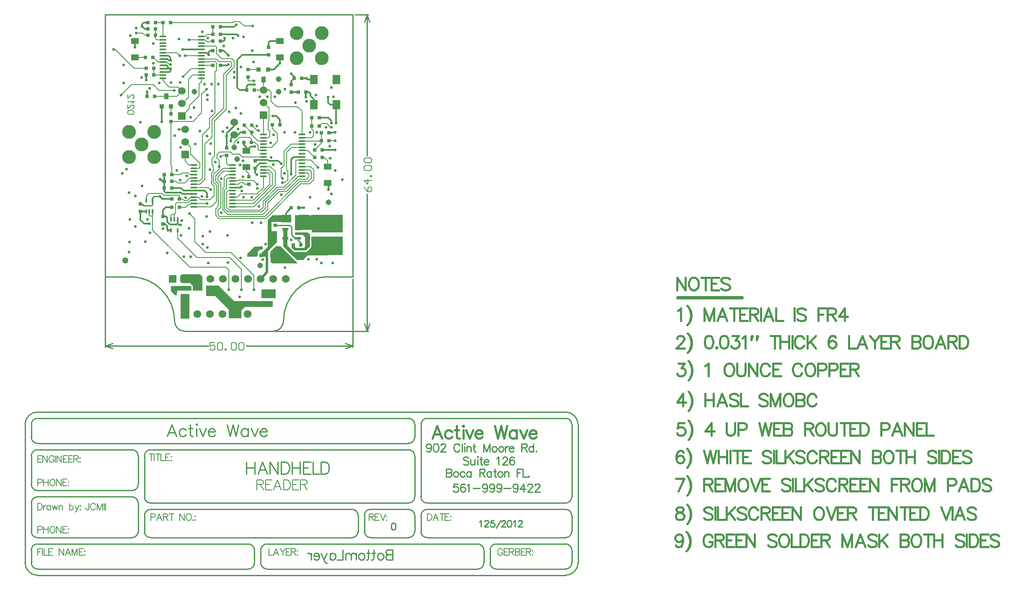
<source format=gbl>
%FSLAX23Y23*%
%MOIN*%
G70*
G01*
G75*
G04 Layer_Physical_Order=6*
G04 Layer_Color=16711680*
%ADD10R,0.050X0.020*%
%ADD11R,0.030X0.030*%
%ADD12R,0.030X0.030*%
%ADD13R,0.059X0.031*%
%ADD14R,0.040X0.055*%
%ADD15R,0.050X0.036*%
%ADD16R,0.036X0.036*%
%ADD17R,0.050X0.150*%
%ADD18R,0.030X0.020*%
%ADD19R,0.024X0.024*%
%ADD20O,0.080X0.024*%
%ADD21O,0.060X0.016*%
%ADD22R,0.024X0.090*%
%ADD23R,0.100X0.024*%
%ADD24R,0.024X0.070*%
%ADD25R,0.090X0.024*%
%ADD26R,0.025X0.055*%
%ADD27R,0.025X0.095*%
%ADD28O,0.060X0.016*%
%ADD29R,0.020X0.039*%
%ADD30R,0.039X0.039*%
%ADD31R,0.047X0.047*%
%ADD32C,0.050*%
%ADD33R,0.031X0.059*%
%ADD34R,0.055X0.040*%
%ADD35R,0.036X0.036*%
%ADD36R,0.036X0.050*%
%ADD37R,0.095X0.025*%
%ADD38R,0.055X0.025*%
%ADD39R,0.047X0.047*%
%ADD40O,0.016X0.060*%
%ADD41R,0.050X0.060*%
%ADD42C,0.008*%
%ADD43C,0.014*%
%ADD44C,0.012*%
%ADD45C,0.030*%
%ADD46C,0.010*%
%ADD47C,0.020*%
%ADD48C,0.006*%
%ADD49C,0.009*%
%ADD50C,0.005*%
%ADD51C,0.015*%
%ADD52C,0.025*%
%ADD53R,0.062X0.062*%
%ADD54C,0.062*%
%ADD55C,0.110*%
%ADD56C,0.045*%
%ADD57C,0.022*%
%ADD58C,0.060*%
%ADD59R,0.014X0.035*%
%ADD60R,0.014X0.035*%
%ADD61R,0.059X0.075*%
%ADD62R,0.250X0.150*%
%ADD63R,0.250X0.140*%
%ADD64R,0.080X0.060*%
%ADD65R,0.063X0.051*%
%ADD66O,0.060X0.014*%
%ADD67R,0.060X0.060*%
G36*
X-299Y357D02*
Y322D01*
X-413D01*
X-414Y287D01*
X-431D01*
X-462Y318D01*
Y359D01*
X-301D01*
X-299Y357D01*
D02*
G37*
G36*
X-212Y436D02*
Y323D01*
X-288D01*
Y361D01*
X-308Y381D01*
X-376D01*
X-388Y393D01*
Y439D01*
X-375Y452D01*
X-228D01*
X-212Y436D01*
D02*
G37*
G36*
X370Y264D02*
X258D01*
Y332D01*
X370D01*
Y264D01*
D02*
G37*
G36*
X-315Y100D02*
X-384D01*
Y295D01*
X-315D01*
Y100D01*
D02*
G37*
G36*
X40Y239D02*
X347D01*
Y193D01*
X125D01*
X99Y167D01*
Y101D01*
X-1D01*
X-2Y171D01*
X-109Y278D01*
X-181D01*
Y361D01*
X-81D01*
X40Y239D01*
D02*
G37*
G36*
X545Y543D02*
X543Y539D01*
X342D01*
X330Y551D01*
Y636D01*
X371Y677D01*
X411D01*
X545Y543D01*
D02*
G37*
G36*
X645Y769D02*
Y675D01*
X611Y641D01*
X522D01*
X499Y664D01*
Y700D01*
X524D01*
Y672D01*
X535Y661D01*
X596D01*
X604Y669D01*
Y749D01*
X586Y767D01*
X548D01*
Y785D01*
X629D01*
X645Y769D01*
D02*
G37*
G36*
X756Y814D02*
X752Y812D01*
X745Y813D01*
X738Y812D01*
X732Y808D01*
X730Y805D01*
X526D01*
Y921D01*
X756D01*
Y814D01*
D02*
G37*
G36*
X267Y652D02*
X248D01*
X229Y633D01*
Y603D01*
X218Y592D01*
X143D01*
Y616D01*
X201Y674D01*
X267D01*
Y652D01*
D02*
G37*
G36*
X463Y682D02*
X515Y629D01*
X615D01*
X656Y670D01*
Y752D01*
X791D01*
Y604D01*
X628D01*
X589Y565D01*
X541D01*
X432Y674D01*
Y822D01*
X463D01*
Y682D01*
D02*
G37*
G36*
X452Y869D02*
X340D01*
X339Y868D01*
Y796D01*
X381D01*
Y709D01*
X304Y632D01*
Y591D01*
X247D01*
X243Y594D01*
X244Y608D01*
X308Y672D01*
Y690D01*
X308Y692D01*
X308Y693D01*
Y885D01*
X346Y923D01*
X452D01*
Y869D01*
D02*
G37*
D10*
X549Y813D02*
D03*
X449D02*
D03*
Y738D02*
D03*
X549Y776D02*
D03*
Y738D02*
D03*
D11*
X-69Y2310D02*
D03*
X-129D02*
D03*
X179Y1504D02*
D03*
X119D02*
D03*
X512Y687D02*
D03*
X572D02*
D03*
X734Y1515D02*
D03*
X794D02*
D03*
X120Y1639D02*
D03*
X180D02*
D03*
X-664Y2178D02*
D03*
X-604D02*
D03*
X-129Y2422D02*
D03*
X-69D02*
D03*
X-465Y2455D02*
D03*
X-525D02*
D03*
X658Y1632D02*
D03*
X718D02*
D03*
X-658Y2092D02*
D03*
X-598D02*
D03*
X-587Y2356D02*
D03*
X-647D02*
D03*
X742Y1382D02*
D03*
X682D02*
D03*
Y1444D02*
D03*
X742D02*
D03*
X-454Y1054D02*
D03*
X-394D02*
D03*
X-395Y986D02*
D03*
X-455D02*
D03*
X-454Y1246D02*
D03*
X-514D02*
D03*
X-69Y2115D02*
D03*
X-129D02*
D03*
X-652Y1870D02*
D03*
X-592D02*
D03*
X-454Y1191D02*
D03*
X-514D02*
D03*
X140Y1919D02*
D03*
X200D02*
D03*
X-167Y337D02*
D03*
X-227D02*
D03*
X556Y983D02*
D03*
X496D02*
D03*
X610Y1901D02*
D03*
X550D02*
D03*
X-69Y2363D02*
D03*
X-129D02*
D03*
X-587Y2455D02*
D03*
X-647D02*
D03*
X718Y1698D02*
D03*
X658D02*
D03*
X734Y1578D02*
D03*
X794D02*
D03*
X120Y1583D02*
D03*
X180D02*
D03*
X-598Y2039D02*
D03*
X-658D02*
D03*
X-647Y2407D02*
D03*
X-587D02*
D03*
X577Y2012D02*
D03*
X517D02*
D03*
X-514Y1138D02*
D03*
X-454D02*
D03*
X-69Y2232D02*
D03*
X-129D02*
D03*
X344Y1641D02*
D03*
X404D02*
D03*
D12*
X368Y783D02*
D03*
Y843D02*
D03*
X493Y1901D02*
D03*
Y1961D02*
D03*
X-461Y1729D02*
D03*
Y1669D02*
D03*
X152Y2024D02*
D03*
Y2084D02*
D03*
X157Y1169D02*
D03*
Y1229D02*
D03*
X-18Y1458D02*
D03*
Y1398D02*
D03*
X-358Y281D02*
D03*
Y341D02*
D03*
X316Y279D02*
D03*
Y219D02*
D03*
X256Y604D02*
D03*
Y664D02*
D03*
X-706Y1012D02*
D03*
Y952D02*
D03*
X-527Y912D02*
D03*
Y852D02*
D03*
X207Y1355D02*
D03*
Y1295D02*
D03*
X313Y2260D02*
D03*
Y2200D02*
D03*
D14*
X567Y601D02*
D03*
X437D02*
D03*
D32*
X-824Y561D02*
D03*
D34*
X354Y731D02*
D03*
Y601D02*
D03*
D35*
X235Y2084D02*
D03*
X310D02*
D03*
X-461Y1790D02*
D03*
X-536D02*
D03*
D36*
X273Y2004D02*
D03*
X-499Y1870D02*
D03*
D42*
X83Y1542D02*
X163D01*
X69Y1528D02*
X83Y1542D01*
X40Y1501D02*
X67Y1528D01*
X69D01*
X40Y1461D02*
Y1501D01*
X312Y1603D02*
Y1668D01*
X317Y1673D01*
Y1775D01*
X273Y1819D02*
X317Y1775D01*
X-290Y2038D02*
X-219D01*
X-323Y2005D02*
X-290Y2038D01*
X-323Y1863D02*
Y2005D01*
X-374Y1812D02*
X-323Y1863D01*
X-314Y1796D02*
X-238Y1872D01*
Y1966D01*
X-219Y2013D02*
X-219Y2013D01*
X-219Y1985D02*
Y2013D01*
X-238Y1966D02*
X-219Y1985D01*
X-218Y1887D02*
X-180Y1925D01*
X-218Y1738D02*
Y1887D01*
X-287Y1669D02*
X-218Y1738D01*
X-314Y1772D02*
Y1796D01*
X-278Y1016D02*
X-177D01*
X-273Y713D02*
Y893D01*
X-186Y626D02*
X15D01*
X-316Y936D02*
X-273Y893D01*
Y713D02*
X-186Y626D01*
X15D02*
X198Y443D01*
Y330D02*
Y443D01*
X-608Y804D02*
Y915D01*
Y804D02*
X-312Y508D01*
X-25D01*
X-2Y485D01*
Y337D02*
Y485D01*
X635Y1225D02*
Y1249D01*
X625Y1259D02*
X635Y1249D01*
X580Y1259D02*
X625D01*
X655Y1216D02*
Y1270D01*
X640Y1284D02*
X655Y1270D01*
X580Y1284D02*
X640D01*
X674Y1206D02*
Y1285D01*
X649Y1310D02*
X674Y1285D01*
X580Y1310D02*
X649D01*
X532Y1355D02*
X538Y1361D01*
X580D01*
X3Y1067D02*
X29D01*
X273Y1144D02*
Y1233D01*
X29Y1041D02*
X196D01*
X324Y1170D01*
X3Y1041D02*
X29D01*
X324Y1170D02*
Y1248D01*
X313Y1259D02*
X324Y1248D01*
X273Y1259D02*
X313D01*
X29Y1016D02*
X196D01*
X346Y1166D02*
Y1256D01*
X3Y1016D02*
X29D01*
X196D02*
X346Y1166D01*
X318Y1284D02*
X346Y1256D01*
X273Y1284D02*
X318D01*
X29Y990D02*
X199D01*
X367Y1158D02*
Y1271D01*
X3Y990D02*
X29D01*
X199D02*
X367Y1158D01*
X329Y1310D02*
X367Y1271D01*
X273Y1310D02*
X329D01*
X29Y1067D02*
X66D01*
X90Y1091D01*
X220D02*
X273Y1144D01*
X90Y1091D02*
X220D01*
X-7Y1118D02*
X29D01*
X-18Y1107D02*
X-7Y1118D01*
X137Y1274D02*
Y1306D01*
Y1274D02*
X157Y1254D01*
Y1229D02*
Y1254D01*
X29Y1169D02*
X73D01*
X87Y1183D02*
X112D01*
X126Y1169D02*
X157D01*
X73D02*
X87Y1183D01*
X112D02*
X126Y1169D01*
X29Y1195D02*
X69D01*
X77Y1203D01*
X122D01*
X127Y1198D01*
X196D01*
X225Y1169D01*
X-9Y1220D02*
X29D01*
X-19Y1211D02*
X-9Y1220D01*
X-34Y1122D02*
X-19Y1137D01*
Y1211D01*
X-17Y1246D02*
X29D01*
X-38Y1149D02*
Y1225D01*
X-50Y1137D02*
X-38Y1149D01*
Y1225D02*
X-17Y1246D01*
X3D01*
X-18Y983D02*
Y1107D01*
Y983D02*
X0Y964D01*
X249D01*
X-34Y974D02*
Y1122D01*
Y974D02*
X-8Y948D01*
X-50Y967D02*
Y1137D01*
Y967D02*
X-13Y930D01*
X249Y964D02*
X270Y985D01*
Y1034D01*
X532Y1241D02*
Y1355D01*
X-8Y948D02*
X260D01*
X289Y977D01*
Y1026D01*
X-13Y930D02*
X271D01*
X309Y968D01*
Y1020D01*
X618Y1208D02*
X635Y1225D01*
X-311Y1220D02*
X-278D01*
X-323Y1209D02*
X-311Y1220D01*
X-318Y1323D02*
X-278D01*
X-350Y1355D02*
X-318Y1323D01*
X-350Y1355D02*
Y1407D01*
X-278Y1297D02*
X-240D01*
X-231Y1306D01*
Y1335D01*
X-304Y1408D02*
X-231Y1335D01*
X-304Y1408D02*
Y1461D01*
X-350Y1507D02*
X-304Y1461D01*
X-409Y1179D02*
X-353D01*
X-421Y1191D02*
X-409Y1179D01*
X-454Y1191D02*
X-421D01*
X-353Y1179D02*
X-323Y1209D01*
X-310Y1246D02*
X-278D01*
X-324Y1260D02*
X-310Y1246D01*
X-374Y1260D02*
X-324D01*
X-388Y1246D02*
X-374Y1260D01*
X-454Y1246D02*
X-388D01*
X-212Y1220D02*
Y1562D01*
X-304Y1195D02*
X-278D01*
X-237D01*
X-212Y1220D01*
X-44Y1271D02*
X29D01*
X-89Y928D02*
X-75Y914D01*
X283D01*
X-89Y1227D02*
X-44Y1271D01*
X-46Y1297D02*
X29D01*
X-82Y897D02*
X294D01*
X-107Y922D02*
X-82Y897D01*
X-107Y1236D02*
X-46Y1297D01*
X3D01*
X283Y914D02*
X560Y1191D01*
X630D01*
X655Y1216D01*
X294Y897D02*
X569Y1172D01*
X640D01*
X674Y1206D01*
X82Y1409D02*
X104Y1386D01*
X27Y1409D02*
X82D01*
X-304Y990D02*
X-278D01*
X104Y1386D02*
X273D01*
X10Y1426D02*
X27Y1409D01*
X-5Y1323D02*
X29D01*
X-18Y1336D02*
X-5Y1323D01*
X-18Y1336D02*
Y1398D01*
X237Y1438D02*
X273D01*
X230Y1445D02*
X237Y1438D01*
X230Y1445D02*
Y1478D01*
X204Y1504D02*
X230Y1478D01*
X179Y1504D02*
X204D01*
X273Y1463D02*
X337D01*
X230Y1514D02*
X273D01*
X337Y1463D02*
X383Y1510D01*
Y1573D01*
X344Y1612D02*
Y1642D01*
Y1612D02*
X383Y1573D01*
X273Y1540D02*
X311D01*
X325Y1554D01*
Y1590D01*
X312Y1603D02*
X325Y1590D01*
X-278Y1169D02*
X-232D01*
X-304D02*
X-278D01*
X-232D02*
X-193Y1208D01*
X-333Y1040D02*
X-306Y1067D01*
X-357Y1040D02*
X-333D01*
X-371Y1054D02*
X-357Y1040D01*
X-394Y1054D02*
X-371D01*
X-305Y1041D02*
X-278D01*
X-325Y1022D02*
X-305Y1041D01*
X-414Y1022D02*
X-325D01*
X-425Y1011D02*
X-414Y1022D01*
X-425Y940D02*
Y1011D01*
X-436Y929D02*
X-425Y940D01*
X-436Y888D02*
Y929D01*
X-454D02*
X-436D01*
X-462Y921D02*
X-454Y929D01*
X-462Y888D02*
Y921D01*
X-395Y986D02*
X-345D01*
X-326Y1005D01*
X-317D01*
X-306Y1016D01*
X-278D01*
Y990D02*
X-143D01*
X-247Y1067D02*
X-226Y1046D01*
X-152D01*
X-278Y1067D02*
X-247D01*
X-394Y1054D02*
Y1075D01*
X-403Y1084D02*
X-394Y1075D01*
X-518Y1084D02*
X-403D01*
X-531Y1097D02*
X-518Y1084D01*
X-639Y1097D02*
X-531D01*
X-660Y1076D02*
X-639Y1097D01*
X-660Y1038D02*
Y1076D01*
X-634Y924D02*
Y951D01*
Y924D02*
X-625Y915D01*
X-608D02*
Y951D01*
X-625Y915D02*
X-608D01*
X-410Y740D02*
Y801D01*
X-140Y1256D02*
X-127Y1269D01*
X-74Y1426D02*
X10D01*
X-54Y1398D02*
X-18D01*
X-64Y1388D02*
X-54Y1398D01*
X-398Y1607D02*
X-350D01*
X553Y1208D02*
X618D01*
X309Y1020D02*
X401Y1112D01*
X457D01*
X553Y1208D01*
X550Y1233D02*
X580D01*
X392Y1129D02*
X446D01*
X289Y1026D02*
X392Y1129D01*
X446D02*
X550Y1233D01*
X437Y1146D02*
X532Y1241D01*
X270Y1034D02*
X381Y1146D01*
X437D01*
X423Y1181D02*
X445D01*
X498Y1463D02*
X580D01*
X494Y1489D02*
X580D01*
X-89Y928D02*
Y963D01*
X-67Y985D02*
Y1179D01*
X-89Y1201D02*
Y1227D01*
Y963D02*
X-67Y985D01*
X-89Y1201D02*
X-67Y1179D01*
X-107Y922D02*
Y973D01*
X-84Y996D02*
Y1171D01*
X-107Y1194D02*
Y1236D01*
Y973D02*
X-84Y996D01*
X-107Y1194D02*
X-84Y1171D01*
X-143Y990D02*
X-100Y1033D01*
Y1162D01*
X-124Y1186D02*
Y1246D01*
Y1186D02*
X-100Y1162D01*
X-152Y1046D02*
X-118Y1080D01*
Y1155D01*
X-140Y1177D02*
Y1256D01*
Y1177D02*
X-118Y1155D01*
X-278Y1143D02*
X-165D01*
X-146Y1125D01*
X438Y1433D02*
X494Y1489D01*
X438Y1318D02*
Y1433D01*
X416Y1296D02*
X438Y1318D01*
X416Y1222D02*
Y1296D01*
Y1222D02*
X423Y1215D01*
X457Y1423D02*
X498Y1463D01*
X457Y1282D02*
Y1423D01*
Y1282D02*
X468Y1271D01*
X445Y1181D02*
X468Y1204D01*
Y1271D01*
X180Y1639D02*
X224Y1595D01*
X234D01*
X120Y1639D02*
X176Y1583D01*
Y1569D02*
X230Y1514D01*
X176Y1569D02*
Y1579D01*
Y1583D02*
X180D01*
X179Y1504D02*
Y1526D01*
X163Y1542D02*
X179Y1526D01*
X580Y1514D02*
X734D01*
X682Y1444D02*
X734Y1496D01*
Y1515D01*
Y1578D01*
X580Y1540D02*
X657D01*
X671Y1554D01*
Y1595D01*
X658Y1608D02*
X671Y1595D01*
X658Y1608D02*
Y1632D01*
Y1698D01*
X794Y1515D02*
X844D01*
X718Y1632D02*
X739Y1653D01*
X778D01*
X808Y1623D01*
X273Y1919D02*
Y2004D01*
X200Y1919D02*
X273D01*
X273Y1566D02*
Y1719D01*
X742Y1382D02*
X759D01*
X784Y1357D01*
Y1310D02*
Y1357D01*
X580Y1438D02*
X626D01*
X682Y1382D01*
X580Y1361D02*
X650D01*
X709Y1302D01*
X-124Y1246D02*
X-80Y1290D01*
X-94Y1376D02*
X-80Y1362D01*
X-94Y1406D02*
X-74Y1426D01*
X-94Y1376D02*
Y1406D01*
X-80Y1290D02*
Y1310D01*
Y1362D01*
X-127Y1269D02*
Y1317D01*
X-136Y1326D02*
X-127Y1317D01*
X-461Y1315D02*
Y1669D01*
X-454Y1246D02*
Y1308D01*
X-461Y1315D02*
X-454Y1308D01*
X-136Y1326D02*
Y1374D01*
X-114Y1396D01*
X-193Y1208D02*
Y1488D01*
X-136Y1545D01*
X-212Y1562D02*
X-155Y1619D01*
X-114Y1396D02*
Y1672D01*
X-155Y1619D02*
Y1694D01*
X-136Y1545D02*
Y1681D01*
X-219Y2115D02*
X-129D01*
X-219Y2141D02*
X-160D01*
X-155Y1694D02*
X-112Y1737D01*
Y2062D02*
X-98Y2076D01*
X-112Y1737D02*
Y2062D01*
X-136Y1681D02*
X-42Y1775D01*
X-218Y2167D02*
X-101D01*
X-81Y2147D01*
X-114Y1672D02*
X-21Y1765D01*
X-100Y2209D02*
X-59Y2168D01*
X-219Y2320D02*
X-193D01*
X-177Y2304D01*
X-159D01*
X-153Y2310D01*
X-129D01*
X-219Y2345D02*
X-190D01*
X-173Y2363D01*
X-129D01*
Y2422D01*
X-100Y2209D02*
Y2259D01*
X-110Y2269D02*
X-100Y2259D01*
X-219Y2269D02*
X-110D01*
X-98Y2076D02*
Y2134D01*
X-109Y2145D02*
X-98Y2134D01*
X-160Y2141D02*
X-156Y2145D01*
X-109D01*
X-349Y2192D02*
X-219D01*
X-374Y1712D02*
X-314Y1772D01*
X-416Y1870D02*
X-374Y1912D01*
X-499Y1870D02*
X-416D01*
X-592D02*
X-499D01*
X-526Y1995D02*
Y2013D01*
X-461Y1729D02*
Y1790D01*
X-587Y2330D02*
X-577Y2320D01*
X-526D01*
X-587Y2330D02*
Y2356D01*
Y2407D01*
X-526Y2345D02*
Y2454D01*
X-527Y2455D02*
X-526Y2454D01*
X-587Y2455D02*
X-527D01*
X-465D02*
X28D01*
X121Y2429D02*
X188D01*
X28Y2455D02*
X37Y2464D01*
X86D02*
X121Y2429D01*
X37Y2464D02*
X86D01*
X-670Y2356D02*
X-647D01*
X-688Y2374D02*
X-670Y2356D01*
X-740Y2374D02*
X-688D01*
X-526Y2141D02*
X-494D01*
X-475Y2122D01*
X-465D01*
X-598Y2038D02*
X-526D01*
X-598D02*
Y2091D01*
X-750Y2178D02*
X-664D01*
X-604D02*
X-567Y2141D01*
X-526D01*
X-754Y2092D02*
X-658D01*
X-906Y2244D02*
X-754Y2092D01*
X-920Y2244D02*
X-906D01*
X-526Y2217D02*
X-416D01*
X-391Y2193D01*
X-302Y2089D02*
X-219D01*
X-366Y2026D02*
X-302Y2089D01*
X-461Y1669D02*
X-287D01*
X-526Y1995D02*
X-475Y1944D01*
X-406D01*
X-374Y1912D01*
X-558Y1917D02*
X-434D01*
X-603Y1962D02*
X-558Y1917D01*
X-776Y1962D02*
X-603D01*
X-859Y1879D02*
X-776Y1962D01*
X98Y330D02*
Y493D01*
X6Y585D02*
X98Y493D01*
X-410Y740D02*
X-255Y585D01*
X6D01*
X-318Y2320D02*
X-219D01*
X25Y2168D02*
X42Y2151D01*
X-59Y2168D02*
X25D01*
X546Y1785D02*
X580Y1751D01*
Y1566D02*
Y1751D01*
X336Y1829D02*
X380Y1785D01*
X546D01*
X273Y1919D02*
X320D01*
X336Y1903D01*
Y1829D02*
Y1903D01*
X152Y1996D02*
Y2024D01*
Y1996D02*
X155Y1993D01*
X199D01*
X-81Y2147D02*
X12D01*
X21Y2138D01*
X152Y2084D02*
X235D01*
X-42Y1775D02*
Y2047D01*
X-21Y1765D02*
Y2039D01*
X-42Y2047D02*
X21Y2110D01*
Y2138D01*
X-21Y2039D02*
X42Y2102D01*
Y2151D01*
X-757Y1739D02*
X-759Y1732D01*
X-767Y1727D01*
X-778Y1725D01*
X-786D01*
X-797Y1727D01*
X-805Y1732D01*
X-807Y1739D01*
Y1744D01*
X-805Y1751D01*
X-797Y1756D01*
X-786Y1758D01*
X-778D01*
X-767Y1756D01*
X-759Y1751D01*
X-757Y1744D01*
Y1739D01*
X-769Y1772D02*
X-767D01*
X-762Y1774D01*
X-759Y1777D01*
X-757Y1781D01*
Y1791D01*
X-759Y1796D01*
X-762Y1798D01*
X-767Y1800D01*
X-771D01*
X-776Y1798D01*
X-783Y1793D01*
X-807Y1770D01*
Y1803D01*
X-767Y1814D02*
X-764Y1819D01*
X-757Y1826D01*
X-807D01*
X-769Y1853D02*
X-767D01*
X-762Y1855D01*
X-759Y1858D01*
X-757Y1863D01*
Y1872D01*
X-759Y1877D01*
X-762Y1879D01*
X-767Y1882D01*
X-771D01*
X-776Y1879D01*
X-783Y1874D01*
X-807Y1851D01*
Y1884D01*
X-1115Y-1372D02*
Y-1412D01*
X-1117Y-1420D01*
X-1120Y-1422D01*
X-1125Y-1425D01*
X-1130D01*
X-1135Y-1422D01*
X-1137Y-1420D01*
X-1140Y-1412D01*
Y-1407D01*
X-1063Y-1384D02*
X-1065Y-1379D01*
X-1070Y-1374D01*
X-1076Y-1372D01*
X-1086D01*
X-1091Y-1374D01*
X-1096Y-1379D01*
X-1098Y-1384D01*
X-1101Y-1392D01*
Y-1405D01*
X-1098Y-1412D01*
X-1096Y-1417D01*
X-1091Y-1422D01*
X-1086Y-1425D01*
X-1076D01*
X-1070Y-1422D01*
X-1065Y-1417D01*
X-1063Y-1412D01*
X-1048Y-1372D02*
Y-1425D01*
Y-1372D02*
X-1028Y-1425D01*
X-1007Y-1372D02*
X-1028Y-1425D01*
X-1007Y-1372D02*
Y-1425D01*
X-992Y-1372D02*
Y-1425D01*
X-981Y-1372D02*
Y-1425D01*
X220Y-1184D02*
Y-1264D01*
Y-1184D02*
X254D01*
X266Y-1188D01*
X270Y-1192D01*
X273Y-1200D01*
Y-1207D01*
X270Y-1215D01*
X266Y-1219D01*
X254Y-1222D01*
X220D01*
X247D02*
X273Y-1264D01*
X341Y-1184D02*
X291D01*
Y-1264D01*
X341D01*
X291Y-1222D02*
X322D01*
X415Y-1264D02*
X385Y-1184D01*
X354Y-1264D01*
X365Y-1238D02*
X404D01*
X434Y-1184D02*
Y-1264D01*
Y-1184D02*
X460D01*
X472Y-1188D01*
X479Y-1196D01*
X483Y-1203D01*
X487Y-1215D01*
Y-1234D01*
X483Y-1245D01*
X479Y-1253D01*
X472Y-1261D01*
X460Y-1264D01*
X434D01*
X554Y-1184D02*
X505D01*
Y-1264D01*
X554D01*
X505Y-1222D02*
X535D01*
X568Y-1184D02*
Y-1264D01*
Y-1184D02*
X602D01*
X613Y-1188D01*
X617Y-1192D01*
X621Y-1200D01*
Y-1207D01*
X617Y-1215D01*
X613Y-1219D01*
X602Y-1222D01*
X568D01*
X594D02*
X621Y-1264D01*
D43*
X29Y1143D02*
X92D01*
X97Y1149D01*
X42Y2422D02*
X59Y2439D01*
X-69Y2422D02*
X42D01*
D44*
X13Y1534D02*
X40Y1561D01*
X13Y1512D02*
Y1534D01*
X-18Y1576D02*
X40Y1634D01*
X-18Y1552D02*
Y1576D01*
Y1458D02*
Y1552D01*
X40Y1634D02*
Y1661D01*
X213Y1361D02*
X273D01*
X207Y1355D02*
X213Y1361D01*
X243Y1335D02*
X273D01*
X207Y1300D02*
X243Y1335D01*
X207Y1295D02*
Y1300D01*
X273Y1361D02*
X312D01*
X318Y1355D01*
X390D01*
X413Y1332D01*
X207Y1260D02*
Y1295D01*
Y1260D02*
X222Y1245D01*
X119Y1484D02*
Y1504D01*
Y1484D02*
X137Y1466D01*
Y1436D02*
Y1466D01*
X171Y1470D02*
X205D01*
X137Y1436D02*
X171Y1470D01*
X-361Y1118D02*
X-278D01*
X-381Y1138D02*
X-361Y1118D01*
X-454Y1138D02*
X-381D01*
X-514D02*
Y1191D01*
X-278Y1118D02*
X-196D01*
X-177Y1099D01*
Y1071D02*
Y1099D01*
X-514Y1191D02*
Y1246D01*
X-530Y1191D02*
X-514D01*
X-548Y1209D02*
X-530Y1191D01*
X-531Y1054D02*
X-454D01*
X-548Y1071D02*
X-531Y1054D01*
X-514Y1114D02*
Y1138D01*
X-504Y1104D02*
X-382D01*
X-371Y1092D01*
X-514Y1114D02*
X-504Y1104D01*
X-371Y1092D02*
X-278D01*
X-410Y856D02*
Y888D01*
X-419Y848D02*
X-410Y856D01*
X-469Y848D02*
X-419D01*
X-491Y870D02*
X-469Y848D01*
X-491Y870D02*
Y903D01*
X-500Y912D02*
X-491Y903D01*
X-527Y912D02*
X-500D01*
X-527Y852D02*
X-509D01*
X-493Y836D01*
Y809D02*
Y836D01*
Y809D02*
X-486Y801D01*
X-462D01*
X-399Y845D02*
X-385D01*
X-410Y856D02*
X-399Y845D01*
X-706Y952D02*
X-660D01*
X-706Y887D02*
Y952D01*
Y887D02*
X-675Y856D01*
X-636D01*
X-505Y986D02*
X-455D01*
X-527Y964D02*
X-505Y986D01*
X-527Y912D02*
Y964D01*
X515Y1386D02*
X580D01*
X496Y1368D02*
X515Y1386D01*
X496Y1250D02*
Y1368D01*
X791Y1126D02*
Y1173D01*
X40Y1561D02*
X71D01*
X92Y1582D01*
X119D01*
X794Y1578D02*
X821D01*
X825Y1582D01*
X845D01*
X718Y1698D02*
X792D01*
X816Y1674D01*
Y1656D02*
Y1674D01*
X675Y1801D02*
Y1847D01*
X850Y1657D02*
Y1796D01*
X855Y1801D01*
X787Y1819D02*
Y1864D01*
Y1819D02*
X805Y1801D01*
X855D01*
X627Y2001D02*
X675D01*
X616Y2012D02*
X627Y2001D01*
X577Y2012D02*
X616D01*
X517D02*
Y2027D01*
X494Y2050D02*
X517Y2027D01*
X649Y1873D02*
X675Y1847D01*
X649Y1873D02*
Y1889D01*
X637Y1901D02*
X649Y1889D01*
X610Y1901D02*
X637D01*
X610Y1863D02*
Y1901D01*
X493D02*
X550D01*
X493Y1961D02*
Y1988D01*
X517Y2012D01*
X348Y1711D02*
X377D01*
X404Y1684D01*
Y1641D02*
Y1684D01*
X152Y1961D02*
X200D01*
X140Y1949D02*
X152Y1961D01*
X140Y1919D02*
Y1949D01*
X-69Y2115D02*
X-12D01*
X-4Y2123D01*
X-69Y2232D02*
X-41D01*
X-4Y2195D01*
X-219Y2217D02*
X-180D01*
X-161Y2199D01*
X-69Y2310D02*
X-43D01*
X-37Y2316D01*
Y2331D01*
X-153Y2232D02*
X-129D01*
X-161Y2224D02*
X-153Y2232D01*
X-161Y2199D02*
Y2224D01*
X-526Y2192D02*
X-482D01*
X-466Y2176D01*
Y2155D02*
Y2176D01*
X-526Y2166D02*
X-490D01*
X-478Y2155D01*
X-466D01*
X-526Y2064D02*
X-472D01*
X-465Y2071D01*
Y2089D01*
X-526Y2115D02*
X-497D01*
X-485Y2103D01*
Y2089D02*
Y2103D01*
X-526Y2089D02*
X-485D01*
X-466D01*
X-750Y2258D02*
Y2308D01*
X-659Y1998D02*
Y2038D01*
X-680Y2455D02*
X-647D01*
X-693Y2442D02*
X-680Y2455D01*
X-693Y2427D02*
Y2442D01*
X-673Y2407D02*
X-647D01*
X-693Y2427D02*
X-673Y2407D01*
X-652Y1870D02*
Y1907D01*
X-536Y1667D02*
Y1790D01*
X556Y983D02*
X594D01*
X453Y940D02*
X496Y983D01*
X453Y896D02*
Y940D01*
X-69Y2363D02*
X62D01*
X71Y2354D01*
X-369Y2243D02*
X-219D01*
X742Y1444D02*
X845D01*
X404Y2131D02*
Y2178D01*
X310Y2084D02*
X357D01*
X405Y2131D01*
X85Y1919D02*
X140D01*
X65Y2160D02*
X104Y2199D01*
Y2200D01*
X313D01*
X65Y1939D02*
X85Y1919D01*
X65Y1939D02*
Y2160D01*
X313Y2260D02*
Y2296D01*
X325Y2308D01*
X404D01*
X404Y2308D01*
D46*
X572Y687D02*
Y704D01*
X549Y727D02*
X572Y704D01*
X368Y843D02*
X483D01*
X499Y827D01*
X-608Y1038D02*
Y1062D01*
X-600Y1071D01*
X-548D01*
X-706Y1012D02*
X-692D01*
X-678Y998D01*
X-618D01*
X-608Y1007D01*
Y1038D01*
X526Y738D02*
X549D01*
X499Y765D02*
Y827D01*
Y765D02*
X526Y738D01*
X1301Y-1741D02*
Y-1821D01*
Y-1741D02*
X1267D01*
X1255Y-1745D01*
X1251Y-1749D01*
X1248Y-1756D01*
Y-1764D01*
X1251Y-1771D01*
X1255Y-1775D01*
X1267Y-1779D01*
X1301D02*
X1267D01*
X1255Y-1783D01*
X1251Y-1787D01*
X1248Y-1794D01*
Y-1806D01*
X1251Y-1813D01*
X1255Y-1817D01*
X1267Y-1821D01*
X1301D01*
X1211Y-1768D02*
X1218Y-1771D01*
X1226Y-1779D01*
X1230Y-1791D01*
Y-1798D01*
X1226Y-1810D01*
X1218Y-1817D01*
X1211Y-1821D01*
X1199D01*
X1192Y-1817D01*
X1184Y-1810D01*
X1180Y-1798D01*
Y-1791D01*
X1184Y-1779D01*
X1192Y-1771D01*
X1199Y-1768D01*
X1211D01*
X1151Y-1741D02*
Y-1806D01*
X1148Y-1817D01*
X1140Y-1821D01*
X1132D01*
X1163Y-1768D02*
X1136D01*
X1109Y-1741D02*
Y-1806D01*
X1106Y-1817D01*
X1098Y-1821D01*
X1090D01*
X1121Y-1768D02*
X1094D01*
X1060D02*
X1068Y-1771D01*
X1075Y-1779D01*
X1079Y-1791D01*
Y-1798D01*
X1075Y-1810D01*
X1068Y-1817D01*
X1060Y-1821D01*
X1048D01*
X1041Y-1817D01*
X1033Y-1810D01*
X1029Y-1798D01*
Y-1791D01*
X1033Y-1779D01*
X1041Y-1771D01*
X1048Y-1768D01*
X1060D01*
X1012D02*
Y-1821D01*
Y-1783D02*
X1000Y-1771D01*
X993Y-1768D01*
X981D01*
X974Y-1771D01*
X970Y-1783D01*
Y-1821D01*
Y-1783D02*
X959Y-1771D01*
X951Y-1768D01*
X940D01*
X932Y-1771D01*
X928Y-1783D01*
Y-1821D01*
X903Y-1741D02*
Y-1821D01*
X857D01*
X803Y-1768D02*
Y-1821D01*
Y-1779D02*
X810Y-1771D01*
X818Y-1768D01*
X829D01*
X837Y-1771D01*
X845Y-1779D01*
X849Y-1791D01*
Y-1798D01*
X845Y-1810D01*
X837Y-1817D01*
X829Y-1821D01*
X818D01*
X810Y-1817D01*
X803Y-1810D01*
X778Y-1768D02*
X755Y-1821D01*
X732Y-1768D02*
X755Y-1821D01*
X762Y-1836D01*
X770Y-1844D01*
X778Y-1848D01*
X781D01*
X719Y-1791D02*
X673D01*
Y-1783D01*
X677Y-1775D01*
X681Y-1771D01*
X688Y-1768D01*
X700D01*
X707Y-1771D01*
X715Y-1779D01*
X719Y-1791D01*
Y-1798D01*
X715Y-1810D01*
X707Y-1817D01*
X700Y-1821D01*
X688D01*
X681Y-1817D01*
X673Y-1810D01*
X656Y-1768D02*
Y-1821D01*
Y-1791D02*
X652Y-1779D01*
X644Y-1771D01*
X637Y-1768D01*
X625D01*
X984Y-126D02*
Y417D01*
X-984Y-126D02*
Y435D01*
X135Y-116D02*
X984D01*
X-984D02*
X-167D01*
X924Y-96D02*
X984Y-116D01*
X924Y-136D02*
X984Y-116D01*
X-984D02*
X-924Y-136D01*
X-984Y-116D02*
X-924Y-96D01*
X1000Y2520D02*
X1108D01*
X369Y-0D02*
X1108D01*
X1098Y1395D02*
Y2520D01*
Y-0D02*
Y1093D01*
X1078Y2460D02*
X1098Y2520D01*
X1118Y2460D01*
X1098Y-0D02*
X1118Y60D01*
X1078D02*
X1098Y-0D01*
X354D02*
G03*
X433Y79I0J79D01*
G01*
X-433D02*
G03*
X-354Y-0I79J0D01*
G01*
X787Y433D02*
G03*
X433Y79I0J-354D01*
G01*
X-433D02*
G03*
X-787Y433I-354J0D01*
G01*
X-985Y2520D02*
X985D01*
X984Y432D02*
Y2520D01*
X787Y433D02*
X985Y433D01*
X-354Y0D02*
X354D01*
X-985Y433D02*
Y2520D01*
Y433D02*
X-787D01*
X2727Y-1468D02*
G03*
X2678Y-1419I-49J0D01*
G01*
X1577D02*
G03*
X1527Y-1469I0J-50D01*
G01*
X2677Y-1369D02*
G03*
X2727Y-1319I0J50D01*
G01*
X1527D02*
G03*
X1577Y-1369I50J0D01*
G01*
X-1523Y-644D02*
G03*
X-1623Y-744I0J-100D01*
G01*
Y-1843D02*
G03*
X-1524Y-1944I101J0D01*
G01*
X2677Y-1944D02*
G03*
X2777Y-1844I0J100D01*
G01*
Y-744D02*
G03*
X2677Y-644I-100J0D01*
G01*
X2727Y-743D02*
G03*
X2676Y-694I-49J0D01*
G01*
X2677Y-1644D02*
G03*
X2727Y-1594I0J50D01*
G01*
X2727Y-1743D02*
G03*
X2677Y-1694I-50J-1D01*
G01*
Y-1894D02*
G03*
X2727Y-1844I0J50D01*
G01*
X1427Y-1644D02*
G03*
X1477Y-1594I0J50D01*
G01*
X1527Y-1595D02*
G03*
X1577Y-1644I49J0D01*
G01*
X1477Y-1468D02*
G03*
X1428Y-1419I-49J0D01*
G01*
X-1573Y-1844D02*
G03*
X-1524Y-1894I50J0D01*
G01*
X1428Y-1369D02*
G03*
X1477Y-1319I-1J50D01*
G01*
X-1523Y-1694D02*
G03*
X-1573Y-1744I0J-50D01*
G01*
X1477Y-994D02*
G03*
X1427Y-944I-50J0D01*
G01*
Y-894D02*
G03*
X1477Y-844I0J50D01*
G01*
X1577Y-694D02*
G03*
X1527Y-744I0J-50D01*
G01*
X1477D02*
G03*
X1427Y-694I-50J0D01*
G01*
X-1523D02*
G03*
X-1573Y-744I0J-50D01*
G01*
Y-844D02*
G03*
X-1523Y-894I50J0D01*
G01*
Y-944D02*
G03*
X-1573Y-994I0J-50D01*
G01*
Y-1219D02*
G03*
X-1523Y-1269I50J0D01*
G01*
Y-1319D02*
G03*
X-1573Y-1369I0J-50D01*
G01*
Y-1594D02*
G03*
X-1524Y-1644I50J0D01*
G01*
X-623Y-944D02*
G03*
X-673Y-994I0J-50D01*
G01*
X-623Y-1419D02*
G03*
X-673Y-1469I0J-50D01*
G01*
X1125Y-1419D02*
G03*
X1077Y-1469I0J-48D01*
G01*
X1077Y-1593D02*
G03*
X1127Y-1644I51J0D01*
G01*
X978Y-1644D02*
G03*
X1027Y-1594I0J49D01*
G01*
X1027Y-1468D02*
G03*
X978Y-1419I-49J0D01*
G01*
X-772Y-1644D02*
G03*
X-723Y-1595I0J49D01*
G01*
X-673D02*
G03*
X-624Y-1644I49J0D01*
G01*
X-673Y-1320D02*
G03*
X-624Y-1369I49J0D01*
G01*
X-723Y-1368D02*
G03*
X-774Y-1319I-49J0D01*
G01*
X-771Y-1269D02*
G03*
X-723Y-1221I0J48D01*
G01*
Y-993D02*
G03*
X-772Y-944I-49J0D01*
G01*
X2127Y-1694D02*
G03*
X2077Y-1744I0J-50D01*
G01*
Y-1845D02*
G03*
X2127Y-1894I49J0D01*
G01*
X1978Y-1894D02*
G03*
X2027Y-1844I1J48D01*
G01*
X2027Y-1744D02*
G03*
X1977Y-1694I-50J0D01*
G01*
X252Y-1844D02*
G03*
X301Y-1894I50J0D01*
G01*
X302Y-1694D02*
G03*
X252Y-1744I0J-50D01*
G01*
X153Y-1894D02*
G03*
X202Y-1844I1J48D01*
G01*
X202Y-1744D02*
G03*
X152Y-1694I-50J0D01*
G01*
X2727Y-1594D02*
Y-1468D01*
X1527Y-1594D02*
Y-1469D01*
X2727Y-1319D02*
Y-744D01*
X1527Y-1319D02*
Y-744D01*
X-1623Y-1844D02*
Y-744D01*
X-1573Y-1844D02*
Y-1744D01*
X2727Y-1844D02*
Y-1744D01*
X1477Y-1594D02*
Y-1469D01*
X1077Y-1594D02*
Y-1469D01*
X-673Y-1594D02*
Y-1469D01*
X1027Y-1594D02*
Y-1469D01*
X-673Y-1319D02*
Y-994D01*
X1477Y-1319D02*
Y-994D01*
Y-844D02*
Y-744D01*
X-1573Y-844D02*
Y-744D01*
X-723Y-1219D02*
Y-994D01*
X-1573Y-1219D02*
Y-994D01*
X-723Y-1594D02*
Y-1369D01*
X-1573Y-1594D02*
Y-1369D01*
X2777Y-1844D02*
Y-744D01*
X2077Y-1844D02*
Y-1744D01*
X2027Y-1844D02*
Y-1744D01*
X252Y-1844D02*
Y-1744D01*
X202Y-1844D02*
Y-1744D01*
X1577Y-1419D02*
X2677D01*
X1577Y-1369D02*
X2677D01*
X-623D02*
X1427D01*
X1577Y-694D02*
X2677D01*
X1577Y-1644D02*
X2677D01*
X1127Y-1419D02*
X1427D01*
X1127Y-1644D02*
X1427D01*
X-623D02*
X977D01*
X-623Y-1419D02*
X977D01*
X-623Y-944D02*
X1427D01*
X-1523Y-894D02*
X1427D01*
X-1523Y-944D02*
X-773D01*
X-1523Y-1269D02*
X-773D01*
X-1523Y-1319D02*
X-773D01*
X-1523Y-1644D02*
X-773D01*
X-1523Y-644D02*
X2677D01*
X-1523Y-1944D02*
X2677D01*
X-1523Y-694D02*
X1427D01*
X2127Y-1694D02*
X2677D01*
X2127Y-1894D02*
X2677D01*
X302Y-1694D02*
X1977D01*
X-1523D02*
X152D01*
X-1523Y-1894D02*
X152D01*
X302D02*
X1977D01*
X1728Y-1096D02*
Y-1160D01*
Y-1096D02*
X1756D01*
X1765Y-1099D01*
X1768Y-1102D01*
X1771Y-1108D01*
Y-1114D01*
X1768Y-1120D01*
X1765Y-1123D01*
X1756Y-1126D01*
X1728D02*
X1756D01*
X1765Y-1129D01*
X1768Y-1132D01*
X1771Y-1138D01*
Y-1148D01*
X1768Y-1154D01*
X1765Y-1157D01*
X1756Y-1160D01*
X1728D01*
X1800Y-1117D02*
X1794Y-1120D01*
X1788Y-1126D01*
X1785Y-1135D01*
Y-1141D01*
X1788Y-1151D01*
X1794Y-1157D01*
X1800Y-1160D01*
X1809D01*
X1816Y-1157D01*
X1822Y-1151D01*
X1825Y-1141D01*
Y-1135D01*
X1822Y-1126D01*
X1816Y-1120D01*
X1809Y-1117D01*
X1800D01*
X1875Y-1126D02*
X1869Y-1120D01*
X1863Y-1117D01*
X1854D01*
X1848Y-1120D01*
X1842Y-1126D01*
X1839Y-1135D01*
Y-1141D01*
X1842Y-1151D01*
X1848Y-1157D01*
X1854Y-1160D01*
X1863D01*
X1869Y-1157D01*
X1875Y-1151D01*
X1926Y-1117D02*
Y-1160D01*
Y-1126D02*
X1919Y-1120D01*
X1913Y-1117D01*
X1904D01*
X1898Y-1120D01*
X1892Y-1126D01*
X1889Y-1135D01*
Y-1141D01*
X1892Y-1151D01*
X1898Y-1157D01*
X1904Y-1160D01*
X1913D01*
X1919Y-1157D01*
X1926Y-1151D01*
X1993Y-1096D02*
Y-1160D01*
Y-1096D02*
X2020D01*
X2029Y-1099D01*
X2032Y-1102D01*
X2036Y-1108D01*
Y-1114D01*
X2032Y-1120D01*
X2029Y-1123D01*
X2020Y-1126D01*
X1993D01*
X2014D02*
X2036Y-1160D01*
X2086Y-1117D02*
Y-1160D01*
Y-1126D02*
X2080Y-1120D01*
X2074Y-1117D01*
X2065D01*
X2059Y-1120D01*
X2053Y-1126D01*
X2050Y-1135D01*
Y-1141D01*
X2053Y-1151D01*
X2059Y-1157D01*
X2065Y-1160D01*
X2074D01*
X2080Y-1157D01*
X2086Y-1151D01*
X2113Y-1096D02*
Y-1148D01*
X2116Y-1157D01*
X2122Y-1160D01*
X2128D01*
X2103Y-1117D02*
X2125D01*
X2152D02*
X2146Y-1120D01*
X2140Y-1126D01*
X2137Y-1135D01*
Y-1141D01*
X2140Y-1151D01*
X2146Y-1157D01*
X2152Y-1160D01*
X2161D01*
X2167Y-1157D01*
X2174Y-1151D01*
X2177Y-1141D01*
Y-1135D01*
X2174Y-1126D01*
X2167Y-1120D01*
X2161Y-1117D01*
X2152D01*
X2191D02*
Y-1160D01*
Y-1129D02*
X2200Y-1120D01*
X2206Y-1117D01*
X2215D01*
X2221Y-1120D01*
X2224Y-1129D01*
Y-1160D01*
X2291Y-1096D02*
Y-1160D01*
Y-1096D02*
X2331D01*
X2291Y-1126D02*
X2316D01*
X2338Y-1096D02*
Y-1160D01*
X2375D01*
X2385Y-1154D02*
X2382Y-1157D01*
X2385Y-1160D01*
X2388Y-1157D01*
X2385Y-1154D01*
X1608Y-917D02*
X1605Y-926D01*
X1599Y-932D01*
X1589Y-935D01*
X1586D01*
X1577Y-932D01*
X1571Y-926D01*
X1568Y-917D01*
Y-914D01*
X1571Y-905D01*
X1577Y-899D01*
X1586Y-896D01*
X1589D01*
X1599Y-899D01*
X1605Y-905D01*
X1608Y-917D01*
Y-932D01*
X1605Y-948D01*
X1599Y-957D01*
X1589Y-960D01*
X1583D01*
X1574Y-957D01*
X1571Y-951D01*
X1643Y-896D02*
X1634Y-899D01*
X1628Y-908D01*
X1625Y-923D01*
Y-932D01*
X1628Y-948D01*
X1634Y-957D01*
X1643Y-960D01*
X1649D01*
X1659Y-957D01*
X1665Y-948D01*
X1668Y-932D01*
Y-923D01*
X1665Y-908D01*
X1659Y-899D01*
X1649Y-896D01*
X1643D01*
X1685Y-911D02*
Y-908D01*
X1688Y-902D01*
X1691Y-899D01*
X1697Y-896D01*
X1709D01*
X1716Y-899D01*
X1719Y-902D01*
X1722Y-908D01*
Y-914D01*
X1719Y-920D01*
X1713Y-929D01*
X1682Y-960D01*
X1725D01*
X1835Y-911D02*
X1832Y-905D01*
X1826Y-899D01*
X1820Y-896D01*
X1808D01*
X1801Y-899D01*
X1795Y-905D01*
X1792Y-911D01*
X1789Y-920D01*
Y-935D01*
X1792Y-945D01*
X1795Y-951D01*
X1801Y-957D01*
X1808Y-960D01*
X1820D01*
X1826Y-957D01*
X1832Y-951D01*
X1835Y-945D01*
X1853Y-896D02*
Y-960D01*
X1872Y-896D02*
X1876Y-899D01*
X1879Y-896D01*
X1876Y-893D01*
X1872Y-896D01*
X1876Y-917D02*
Y-960D01*
X1890Y-917D02*
Y-960D01*
Y-929D02*
X1899Y-920D01*
X1905Y-917D01*
X1914D01*
X1920Y-920D01*
X1923Y-929D01*
Y-960D01*
X1949Y-896D02*
Y-948D01*
X1952Y-957D01*
X1958Y-960D01*
X1965D01*
X1940Y-917D02*
X1961D01*
X2024Y-896D02*
Y-960D01*
Y-896D02*
X2048Y-960D01*
X2073Y-896D02*
X2048Y-960D01*
X2073Y-896D02*
Y-960D01*
X2106Y-917D02*
X2100Y-920D01*
X2094Y-926D01*
X2091Y-935D01*
Y-941D01*
X2094Y-951D01*
X2100Y-957D01*
X2106Y-960D01*
X2115D01*
X2121Y-957D01*
X2128Y-951D01*
X2131Y-941D01*
Y-935D01*
X2128Y-926D01*
X2121Y-920D01*
X2115Y-917D01*
X2106D01*
X2160D02*
X2154Y-920D01*
X2148Y-926D01*
X2145Y-935D01*
Y-941D01*
X2148Y-951D01*
X2154Y-957D01*
X2160Y-960D01*
X2169D01*
X2175Y-957D01*
X2181Y-951D01*
X2184Y-941D01*
Y-935D01*
X2181Y-926D01*
X2175Y-920D01*
X2169Y-917D01*
X2160D01*
X2198D02*
Y-960D01*
Y-935D02*
X2201Y-926D01*
X2207Y-920D01*
X2213Y-917D01*
X2223D01*
X2228Y-935D02*
X2265D01*
Y-929D01*
X2262Y-923D01*
X2259Y-920D01*
X2253Y-917D01*
X2244D01*
X2238Y-920D01*
X2231Y-926D01*
X2228Y-935D01*
Y-941D01*
X2231Y-951D01*
X2238Y-957D01*
X2244Y-960D01*
X2253D01*
X2259Y-957D01*
X2265Y-951D01*
X2329Y-896D02*
Y-960D01*
Y-896D02*
X2356D01*
X2365Y-899D01*
X2369Y-902D01*
X2372Y-908D01*
Y-914D01*
X2369Y-920D01*
X2365Y-923D01*
X2356Y-926D01*
X2329D01*
X2350D02*
X2372Y-960D01*
X2422Y-896D02*
Y-960D01*
Y-926D02*
X2416Y-920D01*
X2410Y-917D01*
X2401D01*
X2395Y-920D01*
X2389Y-926D01*
X2386Y-935D01*
Y-941D01*
X2389Y-951D01*
X2395Y-957D01*
X2401Y-960D01*
X2410D01*
X2416Y-957D01*
X2422Y-951D01*
X2443Y-954D02*
X2440Y-957D01*
X2443Y-960D01*
X2446Y-957D01*
X2443Y-954D01*
X1820Y-1216D02*
X1789D01*
X1786Y-1243D01*
X1789Y-1240D01*
X1798Y-1237D01*
X1807D01*
X1817Y-1240D01*
X1823Y-1246D01*
X1826Y-1255D01*
Y-1261D01*
X1823Y-1271D01*
X1817Y-1277D01*
X1807Y-1280D01*
X1798D01*
X1789Y-1277D01*
X1786Y-1274D01*
X1783Y-1268D01*
X1877Y-1225D02*
X1874Y-1219D01*
X1864Y-1216D01*
X1858D01*
X1849Y-1219D01*
X1843Y-1228D01*
X1840Y-1243D01*
Y-1258D01*
X1843Y-1271D01*
X1849Y-1277D01*
X1858Y-1280D01*
X1861D01*
X1871Y-1277D01*
X1877Y-1271D01*
X1880Y-1261D01*
Y-1258D01*
X1877Y-1249D01*
X1871Y-1243D01*
X1861Y-1240D01*
X1858D01*
X1849Y-1243D01*
X1843Y-1249D01*
X1840Y-1258D01*
X1894Y-1228D02*
X1900Y-1225D01*
X1909Y-1216D01*
Y-1280D01*
X1941Y-1252D02*
X1995D01*
X2054Y-1237D02*
X2051Y-1246D01*
X2045Y-1252D01*
X2036Y-1255D01*
X2033D01*
X2023Y-1252D01*
X2017Y-1246D01*
X2014Y-1237D01*
Y-1234D01*
X2017Y-1225D01*
X2023Y-1219D01*
X2033Y-1216D01*
X2036D01*
X2045Y-1219D01*
X2051Y-1225D01*
X2054Y-1237D01*
Y-1252D01*
X2051Y-1268D01*
X2045Y-1277D01*
X2036Y-1280D01*
X2030D01*
X2020Y-1277D01*
X2017Y-1271D01*
X2111Y-1237D02*
X2108Y-1246D01*
X2102Y-1252D01*
X2093Y-1255D01*
X2090D01*
X2080Y-1252D01*
X2074Y-1246D01*
X2071Y-1237D01*
Y-1234D01*
X2074Y-1225D01*
X2080Y-1219D01*
X2090Y-1216D01*
X2093D01*
X2102Y-1219D01*
X2108Y-1225D01*
X2111Y-1237D01*
Y-1252D01*
X2108Y-1268D01*
X2102Y-1277D01*
X2093Y-1280D01*
X2087D01*
X2077Y-1277D01*
X2074Y-1271D01*
X2168Y-1237D02*
X2165Y-1246D01*
X2159Y-1252D01*
X2150Y-1255D01*
X2147D01*
X2137Y-1252D01*
X2131Y-1246D01*
X2128Y-1237D01*
Y-1234D01*
X2131Y-1225D01*
X2137Y-1219D01*
X2147Y-1216D01*
X2150D01*
X2159Y-1219D01*
X2165Y-1225D01*
X2168Y-1237D01*
Y-1252D01*
X2165Y-1268D01*
X2159Y-1277D01*
X2150Y-1280D01*
X2144D01*
X2134Y-1277D01*
X2131Y-1271D01*
X2185Y-1252D02*
X2240D01*
X2299Y-1237D02*
X2296Y-1246D01*
X2290Y-1252D01*
X2280Y-1255D01*
X2277D01*
X2268Y-1252D01*
X2262Y-1246D01*
X2259Y-1237D01*
Y-1234D01*
X2262Y-1225D01*
X2268Y-1219D01*
X2277Y-1216D01*
X2280D01*
X2290Y-1219D01*
X2296Y-1225D01*
X2299Y-1237D01*
Y-1252D01*
X2296Y-1268D01*
X2290Y-1277D01*
X2280Y-1280D01*
X2274D01*
X2265Y-1277D01*
X2262Y-1271D01*
X2346Y-1216D02*
X2316Y-1258D01*
X2362D01*
X2346Y-1216D02*
Y-1280D01*
X2376Y-1231D02*
Y-1228D01*
X2379Y-1222D01*
X2382Y-1219D01*
X2388Y-1216D01*
X2400D01*
X2407Y-1219D01*
X2410Y-1222D01*
X2413Y-1228D01*
Y-1234D01*
X2410Y-1240D01*
X2403Y-1249D01*
X2373Y-1280D01*
X2416D01*
X2433Y-1231D02*
Y-1228D01*
X2436Y-1222D01*
X2439Y-1219D01*
X2445Y-1216D01*
X2457D01*
X2463Y-1219D01*
X2467Y-1222D01*
X2470Y-1228D01*
Y-1234D01*
X2467Y-1240D01*
X2460Y-1249D01*
X2430Y-1280D01*
X2473D01*
X1906Y-1010D02*
X1900Y-1004D01*
X1891Y-1001D01*
X1878D01*
X1869Y-1004D01*
X1863Y-1010D01*
Y-1016D01*
X1866Y-1022D01*
X1869Y-1025D01*
X1875Y-1028D01*
X1894Y-1034D01*
X1900Y-1037D01*
X1903Y-1040D01*
X1906Y-1046D01*
Y-1056D01*
X1900Y-1062D01*
X1891Y-1065D01*
X1878D01*
X1869Y-1062D01*
X1863Y-1056D01*
X1920Y-1022D02*
Y-1053D01*
X1923Y-1062D01*
X1929Y-1065D01*
X1938D01*
X1944Y-1062D01*
X1954Y-1053D01*
Y-1022D02*
Y-1065D01*
X1976Y-1001D02*
X1979Y-1004D01*
X1983Y-1001D01*
X1979Y-998D01*
X1976Y-1001D01*
X1979Y-1022D02*
Y-1065D01*
X2003Y-1001D02*
Y-1053D01*
X2006Y-1062D01*
X2012Y-1065D01*
X2018D01*
X1994Y-1022D02*
X2015D01*
X2027Y-1040D02*
X2064D01*
Y-1034D01*
X2061Y-1028D01*
X2058Y-1025D01*
X2052Y-1022D01*
X2043D01*
X2036Y-1025D01*
X2030Y-1031D01*
X2027Y-1040D01*
Y-1046D01*
X2030Y-1056D01*
X2036Y-1062D01*
X2043Y-1065D01*
X2052D01*
X2058Y-1062D01*
X2064Y-1056D01*
X2128Y-1013D02*
X2134Y-1010D01*
X2143Y-1001D01*
Y-1065D01*
X2178Y-1016D02*
Y-1013D01*
X2181Y-1007D01*
X2184Y-1004D01*
X2190Y-1001D01*
X2202D01*
X2208Y-1004D01*
X2211Y-1007D01*
X2214Y-1013D01*
Y-1019D01*
X2211Y-1025D01*
X2205Y-1034D01*
X2175Y-1065D01*
X2217D01*
X2268Y-1010D02*
X2265Y-1004D01*
X2256Y-1001D01*
X2250D01*
X2241Y-1004D01*
X2235Y-1013D01*
X2232Y-1028D01*
Y-1043D01*
X2235Y-1056D01*
X2241Y-1062D01*
X2250Y-1065D01*
X2253D01*
X2262Y-1062D01*
X2268Y-1056D01*
X2271Y-1046D01*
Y-1043D01*
X2268Y-1034D01*
X2262Y-1028D01*
X2253Y-1025D01*
X2250D01*
X2241Y-1028D01*
X2235Y-1034D01*
X2232Y-1043D01*
D47*
X250Y417D02*
X302Y469D01*
Y639D01*
D48*
X-111Y-92D02*
X-151D01*
Y-122D01*
X-131Y-112D01*
X-121D01*
X-111Y-122D01*
Y-142D01*
X-121Y-152D01*
X-141D01*
X-151Y-142D01*
X-91Y-102D02*
X-81Y-92D01*
X-61D01*
X-51Y-102D01*
Y-142D01*
X-61Y-152D01*
X-81D01*
X-91Y-142D01*
Y-102D01*
X-31Y-152D02*
Y-142D01*
X-21D01*
Y-152D01*
X-31D01*
X19Y-102D02*
X29Y-92D01*
X49D01*
X59Y-102D01*
Y-142D01*
X49Y-152D01*
X29D01*
X19Y-142D01*
Y-102D01*
X79D02*
X89Y-92D01*
X109D01*
X119Y-102D01*
Y-142D01*
X109Y-152D01*
X89D01*
X79Y-142D01*
Y-102D01*
X1074Y1149D02*
X1084Y1129D01*
X1104Y1109D01*
X1124D01*
X1134Y1119D01*
Y1139D01*
X1124Y1149D01*
X1114D01*
X1104Y1139D01*
Y1109D01*
X1134Y1199D02*
X1074D01*
X1104Y1169D01*
Y1209D01*
X1134Y1229D02*
X1124D01*
Y1239D01*
X1134D01*
Y1229D01*
X1084Y1279D02*
X1074Y1289D01*
Y1309D01*
X1084Y1319D01*
X1124D01*
X1134Y1309D01*
Y1289D01*
X1124Y1279D01*
X1084D01*
Y1339D02*
X1074Y1349D01*
Y1369D01*
X1084Y1379D01*
X1124D01*
X1134Y1369D01*
Y1349D01*
X1124Y1339D01*
X1084D01*
D49*
X1305Y-1528D02*
X1297Y-1531D01*
X1292Y-1538D01*
X1290Y-1551D01*
Y-1559D01*
X1292Y-1571D01*
X1297Y-1579D01*
X1305Y-1581D01*
X1310D01*
X1317Y-1579D01*
X1323Y-1571D01*
X1325Y-1559D01*
Y-1551D01*
X1323Y-1538D01*
X1317Y-1531D01*
X1310Y-1528D01*
X1305D01*
X139Y-1041D02*
Y-1137D01*
X203Y-1041D02*
Y-1137D01*
X139Y-1087D02*
X203D01*
X303Y-1137D02*
X266Y-1041D01*
X230Y-1137D01*
X243Y-1105D02*
X289D01*
X325Y-1041D02*
Y-1137D01*
Y-1041D02*
X389Y-1137D01*
Y-1041D02*
Y-1137D01*
X416Y-1041D02*
Y-1137D01*
Y-1041D02*
X448D01*
X461Y-1046D01*
X471Y-1055D01*
X475Y-1064D01*
X480Y-1078D01*
Y-1100D01*
X475Y-1114D01*
X471Y-1123D01*
X461Y-1132D01*
X448Y-1137D01*
X416D01*
X501Y-1041D02*
Y-1137D01*
X565Y-1041D02*
Y-1137D01*
X501Y-1087D02*
X565D01*
X651Y-1041D02*
X592D01*
Y-1137D01*
X651D01*
X592Y-1087D02*
X628D01*
X667Y-1041D02*
Y-1137D01*
X722D01*
X732Y-1041D02*
Y-1137D01*
Y-1041D02*
X764D01*
X778Y-1046D01*
X787Y-1055D01*
X792Y-1064D01*
X796Y-1078D01*
Y-1100D01*
X792Y-1114D01*
X787Y-1123D01*
X778Y-1132D01*
X764Y-1137D01*
X732D01*
X-420Y-839D02*
X-456Y-743D01*
X-493Y-839D01*
X-479Y-807D02*
X-434D01*
X-343Y-789D02*
X-352Y-780D01*
X-361Y-775D01*
X-375D01*
X-384Y-780D01*
X-393Y-789D01*
X-397Y-802D01*
Y-812D01*
X-393Y-825D01*
X-384Y-834D01*
X-375Y-839D01*
X-361D01*
X-352Y-834D01*
X-343Y-825D01*
X-308Y-743D02*
Y-821D01*
X-304Y-834D01*
X-295Y-839D01*
X-285D01*
X-322Y-775D02*
X-290D01*
X-263Y-743D02*
X-258Y-748D01*
X-253Y-743D01*
X-258Y-738D01*
X-263Y-743D01*
X-258Y-775D02*
Y-839D01*
X-237Y-775D02*
X-209Y-839D01*
X-182Y-775D02*
X-209Y-839D01*
X-166Y-802D02*
X-111D01*
Y-793D01*
X-116Y-784D01*
X-120Y-780D01*
X-130Y-775D01*
X-143D01*
X-152Y-780D01*
X-162Y-789D01*
X-166Y-802D01*
Y-812D01*
X-162Y-825D01*
X-152Y-834D01*
X-143Y-839D01*
X-130D01*
X-120Y-834D01*
X-111Y-825D01*
X-15Y-743D02*
X7Y-839D01*
X30Y-743D02*
X7Y-839D01*
X30Y-743D02*
X53Y-839D01*
X76Y-743D02*
X53Y-839D01*
X150Y-775D02*
Y-839D01*
Y-789D02*
X141Y-780D01*
X132Y-775D01*
X118D01*
X109Y-780D01*
X100Y-789D01*
X95Y-802D01*
Y-812D01*
X100Y-825D01*
X109Y-834D01*
X118Y-839D01*
X132D01*
X141Y-834D01*
X150Y-825D01*
X176Y-775D02*
X203Y-839D01*
X231Y-775D02*
X203Y-839D01*
X246Y-802D02*
X301D01*
Y-793D01*
X296Y-784D01*
X292Y-780D01*
X283Y-775D01*
X269D01*
X260Y-780D01*
X251Y-789D01*
X246Y-802D01*
Y-812D01*
X251Y-825D01*
X260Y-834D01*
X269Y-839D01*
X283D01*
X292Y-834D01*
X301Y-825D01*
X1992Y-1516D02*
X1997Y-1514D01*
X2004Y-1506D01*
Y-1559D01*
X2033Y-1519D02*
Y-1516D01*
X2036Y-1511D01*
X2039Y-1509D01*
X2044Y-1506D01*
X2054D01*
X2059Y-1509D01*
X2061Y-1511D01*
X2064Y-1516D01*
Y-1521D01*
X2061Y-1526D01*
X2056Y-1534D01*
X2031Y-1559D01*
X2066D01*
X2109Y-1506D02*
X2083D01*
X2081Y-1529D01*
X2083Y-1526D01*
X2091Y-1524D01*
X2099D01*
X2106Y-1526D01*
X2111Y-1531D01*
X2114Y-1539D01*
Y-1544D01*
X2111Y-1552D01*
X2106Y-1557D01*
X2099Y-1559D01*
X2091D01*
X2083Y-1557D01*
X2081Y-1554D01*
X2078Y-1549D01*
X2126Y-1567D02*
X2161Y-1506D01*
X2167Y-1519D02*
Y-1516D01*
X2170Y-1511D01*
X2173Y-1509D01*
X2178Y-1506D01*
X2188D01*
X2193Y-1509D01*
X2195Y-1511D01*
X2198Y-1516D01*
Y-1521D01*
X2195Y-1526D01*
X2190Y-1534D01*
X2165Y-1559D01*
X2201D01*
X2228Y-1506D02*
X2220Y-1509D01*
X2215Y-1516D01*
X2212Y-1529D01*
Y-1537D01*
X2215Y-1549D01*
X2220Y-1557D01*
X2228Y-1559D01*
X2233D01*
X2240Y-1557D01*
X2245Y-1549D01*
X2248Y-1537D01*
Y-1529D01*
X2245Y-1516D01*
X2240Y-1509D01*
X2233Y-1506D01*
X2228D01*
X2260Y-1516D02*
X2265Y-1514D01*
X2273Y-1506D01*
Y-1559D01*
X2302Y-1519D02*
Y-1516D01*
X2304Y-1511D01*
X2307Y-1509D01*
X2312Y-1506D01*
X2322D01*
X2327Y-1509D01*
X2329Y-1511D01*
X2332Y-1516D01*
Y-1521D01*
X2329Y-1526D01*
X2324Y-1534D01*
X2299Y-1559D01*
X2335D01*
D50*
X1577Y-1453D02*
Y-1506D01*
Y-1453D02*
X1595D01*
X1602Y-1456D01*
X1607Y-1461D01*
X1610Y-1466D01*
X1613Y-1473D01*
Y-1486D01*
X1610Y-1494D01*
X1607Y-1499D01*
X1602Y-1504D01*
X1595Y-1506D01*
X1577D01*
X1665D02*
X1645Y-1453D01*
X1624Y-1506D01*
X1632Y-1489D02*
X1658D01*
X1695Y-1453D02*
Y-1506D01*
X1678Y-1453D02*
X1713D01*
X1752D02*
X1719D01*
Y-1506D01*
X1752D01*
X1719Y-1479D02*
X1740D01*
X1764Y-1471D02*
X1761Y-1473D01*
X1764Y-1476D01*
X1766Y-1473D01*
X1764Y-1471D01*
Y-1501D02*
X1761Y-1504D01*
X1764Y-1506D01*
X1766Y-1504D01*
X1764Y-1501D01*
X1115Y-1453D02*
Y-1506D01*
Y-1453D02*
X1137D01*
X1145Y-1456D01*
X1148Y-1458D01*
X1150Y-1463D01*
Y-1468D01*
X1148Y-1473D01*
X1145Y-1476D01*
X1137Y-1479D01*
X1115D01*
X1132D02*
X1150Y-1506D01*
X1195Y-1453D02*
X1162D01*
Y-1506D01*
X1195D01*
X1162Y-1479D02*
X1182D01*
X1204Y-1453D02*
X1224Y-1506D01*
X1245Y-1453D02*
X1224Y-1506D01*
X1254Y-1471D02*
X1251Y-1473D01*
X1254Y-1476D01*
X1256Y-1473D01*
X1254Y-1471D01*
Y-1501D02*
X1251Y-1504D01*
X1254Y-1506D01*
X1256Y-1504D01*
X1254Y-1501D01*
X-1523Y-1206D02*
X-1500D01*
X-1493Y-1204D01*
X-1490Y-1201D01*
X-1487Y-1196D01*
Y-1188D01*
X-1490Y-1183D01*
X-1493Y-1181D01*
X-1500Y-1178D01*
X-1523D01*
Y-1231D01*
X-1476Y-1178D02*
Y-1231D01*
X-1440Y-1178D02*
Y-1231D01*
X-1476Y-1204D02*
X-1440D01*
X-1410Y-1178D02*
X-1415Y-1181D01*
X-1420Y-1186D01*
X-1423Y-1191D01*
X-1425Y-1198D01*
Y-1211D01*
X-1423Y-1219D01*
X-1420Y-1224D01*
X-1415Y-1229D01*
X-1410Y-1231D01*
X-1400D01*
X-1395Y-1229D01*
X-1390Y-1224D01*
X-1387Y-1219D01*
X-1385Y-1211D01*
Y-1198D01*
X-1387Y-1191D01*
X-1390Y-1186D01*
X-1395Y-1181D01*
X-1400Y-1178D01*
X-1410D01*
X-1372D02*
Y-1231D01*
Y-1178D02*
X-1337Y-1231D01*
Y-1178D02*
Y-1231D01*
X-1289Y-1178D02*
X-1322D01*
Y-1231D01*
X-1289D01*
X-1322Y-1204D02*
X-1302D01*
X-1277Y-1196D02*
X-1280Y-1198D01*
X-1277Y-1201D01*
X-1275Y-1198D01*
X-1277Y-1196D01*
Y-1226D02*
X-1280Y-1229D01*
X-1277Y-1231D01*
X-1275Y-1229D01*
X-1277Y-1226D01*
X-1523Y-1581D02*
X-1500D01*
X-1493Y-1579D01*
X-1490Y-1576D01*
X-1487Y-1571D01*
Y-1563D01*
X-1490Y-1558D01*
X-1493Y-1556D01*
X-1500Y-1553D01*
X-1523D01*
Y-1606D01*
X-1476Y-1553D02*
Y-1606D01*
X-1440Y-1553D02*
Y-1606D01*
X-1476Y-1579D02*
X-1440D01*
X-1410Y-1553D02*
X-1415Y-1556D01*
X-1420Y-1561D01*
X-1423Y-1566D01*
X-1425Y-1573D01*
Y-1586D01*
X-1423Y-1594D01*
X-1420Y-1599D01*
X-1415Y-1604D01*
X-1410Y-1606D01*
X-1400D01*
X-1395Y-1604D01*
X-1390Y-1599D01*
X-1387Y-1594D01*
X-1385Y-1586D01*
Y-1573D01*
X-1387Y-1566D01*
X-1390Y-1561D01*
X-1395Y-1556D01*
X-1400Y-1553D01*
X-1410D01*
X-1372D02*
Y-1606D01*
Y-1553D02*
X-1337Y-1606D01*
Y-1553D02*
Y-1606D01*
X-1289Y-1553D02*
X-1322D01*
Y-1606D01*
X-1289D01*
X-1322Y-1579D02*
X-1302D01*
X-1277Y-1571D02*
X-1280Y-1573D01*
X-1277Y-1576D01*
X-1275Y-1573D01*
X-1277Y-1571D01*
Y-1601D02*
X-1280Y-1604D01*
X-1277Y-1606D01*
X-1275Y-1604D01*
X-1277Y-1601D01*
X317Y-1731D02*
Y-1784D01*
X347D01*
X394D02*
X374Y-1731D01*
X353Y-1784D01*
X361Y-1766D02*
X386D01*
X406Y-1731D02*
X427Y-1756D01*
Y-1784D01*
X447Y-1731D02*
X427Y-1756D01*
X487Y-1731D02*
X454D01*
Y-1784D01*
X487D01*
X454Y-1756D02*
X474D01*
X496Y-1731D02*
Y-1784D01*
Y-1731D02*
X519D01*
X526Y-1733D01*
X529Y-1736D01*
X531Y-1741D01*
Y-1746D01*
X529Y-1751D01*
X526Y-1753D01*
X519Y-1756D01*
X496D01*
X514D02*
X531Y-1784D01*
X546Y-1748D02*
X543Y-1751D01*
X546Y-1753D01*
X548Y-1751D01*
X546Y-1748D01*
Y-1779D02*
X543Y-1781D01*
X546Y-1784D01*
X548Y-1781D01*
X546Y-1779D01*
X-1490Y-991D02*
X-1523D01*
Y-1044D01*
X-1490D01*
X-1523Y-1016D02*
X-1503D01*
X-1481Y-991D02*
Y-1044D01*
Y-991D02*
X-1446Y-1044D01*
Y-991D02*
Y-1044D01*
X-1393Y-1003D02*
X-1395Y-998D01*
X-1400Y-993D01*
X-1405Y-991D01*
X-1416D01*
X-1421Y-993D01*
X-1426Y-998D01*
X-1428Y-1003D01*
X-1431Y-1011D01*
Y-1024D01*
X-1428Y-1031D01*
X-1426Y-1036D01*
X-1421Y-1041D01*
X-1416Y-1044D01*
X-1405D01*
X-1400Y-1041D01*
X-1395Y-1036D01*
X-1393Y-1031D01*
Y-1024D01*
X-1405D02*
X-1393D01*
X-1381Y-991D02*
Y-1044D01*
X-1369Y-991D02*
Y-1044D01*
Y-991D02*
X-1334Y-1044D01*
Y-991D02*
Y-1044D01*
X-1286Y-991D02*
X-1319D01*
Y-1044D01*
X-1286D01*
X-1319Y-1016D02*
X-1299D01*
X-1244Y-991D02*
X-1277D01*
Y-1044D01*
X-1244D01*
X-1277Y-1016D02*
X-1257D01*
X-1235Y-991D02*
Y-1044D01*
Y-991D02*
X-1212D01*
X-1205Y-993D01*
X-1202Y-996D01*
X-1200Y-1001D01*
Y-1006D01*
X-1202Y-1011D01*
X-1205Y-1013D01*
X-1212Y-1016D01*
X-1235D01*
X-1218D02*
X-1200Y-1044D01*
X-1185Y-1008D02*
X-1188Y-1011D01*
X-1185Y-1013D01*
X-1183Y-1011D01*
X-1185Y-1008D01*
Y-1039D02*
X-1188Y-1041D01*
X-1185Y-1044D01*
X-1183Y-1041D01*
X-1185Y-1039D01*
X-623Y-1481D02*
X-600D01*
X-593Y-1479D01*
X-590Y-1476D01*
X-587Y-1471D01*
Y-1463D01*
X-590Y-1458D01*
X-593Y-1456D01*
X-600Y-1453D01*
X-623D01*
Y-1506D01*
X-535D02*
X-555Y-1453D01*
X-576Y-1506D01*
X-568Y-1489D02*
X-542D01*
X-522Y-1453D02*
Y-1506D01*
Y-1453D02*
X-500D01*
X-492Y-1456D01*
X-489Y-1458D01*
X-487Y-1463D01*
Y-1468D01*
X-489Y-1473D01*
X-492Y-1476D01*
X-500Y-1479D01*
X-522D01*
X-505D02*
X-487Y-1506D01*
X-457Y-1453D02*
Y-1506D01*
X-475Y-1453D02*
X-439D01*
X-391D02*
Y-1506D01*
Y-1453D02*
X-356Y-1506D01*
Y-1453D02*
Y-1506D01*
X-326Y-1453D02*
X-331Y-1456D01*
X-336Y-1461D01*
X-338Y-1466D01*
X-341Y-1473D01*
Y-1486D01*
X-338Y-1494D01*
X-336Y-1499D01*
X-331Y-1504D01*
X-326Y-1506D01*
X-315D01*
X-310Y-1504D01*
X-305Y-1499D01*
X-303Y-1494D01*
X-300Y-1486D01*
Y-1473D01*
X-303Y-1466D01*
X-305Y-1461D01*
X-310Y-1456D01*
X-315Y-1453D01*
X-326D01*
X-285Y-1501D02*
X-288Y-1504D01*
X-285Y-1506D01*
X-283Y-1504D01*
X-285Y-1501D01*
X-269Y-1471D02*
X-271Y-1473D01*
X-269Y-1476D01*
X-266Y-1473D01*
X-269Y-1471D01*
Y-1501D02*
X-271Y-1504D01*
X-269Y-1506D01*
X-266Y-1504D01*
X-269Y-1501D01*
X-618Y-978D02*
Y-1031D01*
X-635Y-978D02*
X-600D01*
X-594D02*
Y-1031D01*
X-565Y-978D02*
Y-1031D01*
X-582Y-978D02*
X-547D01*
X-541D02*
Y-1031D01*
X-510D01*
X-471Y-978D02*
X-504D01*
Y-1031D01*
X-471D01*
X-504Y-1004D02*
X-484D01*
X-460Y-996D02*
X-462Y-998D01*
X-460Y-1001D01*
X-457Y-998D01*
X-460Y-996D01*
Y-1026D02*
X-462Y-1029D01*
X-460Y-1031D01*
X-457Y-1029D01*
X-460Y-1026D01*
X-1523Y-1371D02*
Y-1424D01*
Y-1371D02*
X-1505D01*
X-1498Y-1373D01*
X-1493Y-1378D01*
X-1490Y-1383D01*
X-1487Y-1391D01*
Y-1404D01*
X-1490Y-1411D01*
X-1493Y-1416D01*
X-1498Y-1421D01*
X-1505Y-1424D01*
X-1523D01*
X-1476Y-1388D02*
Y-1424D01*
Y-1404D02*
X-1473Y-1396D01*
X-1468Y-1391D01*
X-1463Y-1388D01*
X-1455D01*
X-1420D02*
Y-1424D01*
Y-1396D02*
X-1425Y-1391D01*
X-1430Y-1388D01*
X-1438D01*
X-1443Y-1391D01*
X-1448Y-1396D01*
X-1450Y-1404D01*
Y-1409D01*
X-1448Y-1416D01*
X-1443Y-1421D01*
X-1438Y-1424D01*
X-1430D01*
X-1425Y-1421D01*
X-1420Y-1416D01*
X-1406Y-1388D02*
X-1396Y-1424D01*
X-1385Y-1388D02*
X-1396Y-1424D01*
X-1385Y-1388D02*
X-1375Y-1424D01*
X-1365Y-1388D02*
X-1375Y-1424D01*
X-1353Y-1388D02*
Y-1424D01*
Y-1399D02*
X-1345Y-1391D01*
X-1340Y-1388D01*
X-1332D01*
X-1327Y-1391D01*
X-1325Y-1399D01*
Y-1424D01*
X-1269Y-1371D02*
Y-1424D01*
Y-1396D02*
X-1264Y-1391D01*
X-1259Y-1388D01*
X-1251D01*
X-1246Y-1391D01*
X-1241Y-1396D01*
X-1238Y-1404D01*
Y-1409D01*
X-1241Y-1416D01*
X-1246Y-1421D01*
X-1251Y-1424D01*
X-1259D01*
X-1264Y-1421D01*
X-1269Y-1416D01*
X-1224Y-1388D02*
X-1209Y-1424D01*
X-1194Y-1388D02*
X-1209Y-1424D01*
X-1214Y-1434D01*
X-1219Y-1439D01*
X-1224Y-1442D01*
X-1227D01*
X-1182Y-1388D02*
X-1185Y-1391D01*
X-1182Y-1393D01*
X-1180Y-1391D01*
X-1182Y-1388D01*
Y-1419D02*
X-1185Y-1421D01*
X-1182Y-1424D01*
X-1180Y-1421D01*
X-1182Y-1419D01*
X-1523Y-1731D02*
Y-1784D01*
Y-1731D02*
X-1490D01*
X-1523Y-1756D02*
X-1503D01*
X-1484Y-1731D02*
Y-1784D01*
X-1473Y-1731D02*
Y-1784D01*
X-1442D01*
X-1403Y-1731D02*
X-1436D01*
Y-1784D01*
X-1403D01*
X-1436Y-1756D02*
X-1416D01*
X-1353Y-1731D02*
Y-1784D01*
Y-1731D02*
X-1317Y-1784D01*
Y-1731D02*
Y-1784D01*
X-1262D02*
X-1282Y-1731D01*
X-1302Y-1784D01*
X-1295Y-1766D02*
X-1269D01*
X-1249Y-1731D02*
Y-1784D01*
Y-1731D02*
X-1229Y-1784D01*
X-1209Y-1731D02*
X-1229Y-1784D01*
X-1209Y-1731D02*
Y-1784D01*
X-1160Y-1731D02*
X-1193D01*
Y-1784D01*
X-1160D01*
X-1193Y-1756D02*
X-1173D01*
X-1149Y-1748D02*
X-1152Y-1751D01*
X-1149Y-1753D01*
X-1146Y-1751D01*
X-1149Y-1748D01*
Y-1779D02*
X-1152Y-1781D01*
X-1149Y-1784D01*
X-1146Y-1781D01*
X-1149Y-1779D01*
X2175Y-1743D02*
X2173Y-1738D01*
X2167Y-1733D01*
X2162Y-1731D01*
X2152D01*
X2147Y-1733D01*
X2142Y-1738D01*
X2140Y-1743D01*
X2137Y-1751D01*
Y-1764D01*
X2140Y-1771D01*
X2142Y-1776D01*
X2147Y-1781D01*
X2152Y-1784D01*
X2162D01*
X2167Y-1781D01*
X2173Y-1776D01*
X2175Y-1771D01*
Y-1764D01*
X2162D02*
X2175D01*
X2220Y-1731D02*
X2187D01*
Y-1784D01*
X2220D01*
X2187Y-1756D02*
X2208D01*
X2229Y-1731D02*
Y-1784D01*
Y-1731D02*
X2252D01*
X2260Y-1733D01*
X2262Y-1736D01*
X2265Y-1741D01*
Y-1746D01*
X2262Y-1751D01*
X2260Y-1753D01*
X2252Y-1756D01*
X2229D01*
X2247D02*
X2265Y-1784D01*
X2277Y-1731D02*
Y-1784D01*
Y-1731D02*
X2300D01*
X2307Y-1733D01*
X2310Y-1736D01*
X2312Y-1741D01*
Y-1746D01*
X2310Y-1751D01*
X2307Y-1753D01*
X2300Y-1756D01*
X2277D02*
X2300D01*
X2307Y-1759D01*
X2310Y-1761D01*
X2312Y-1766D01*
Y-1774D01*
X2310Y-1779D01*
X2307Y-1781D01*
X2300Y-1784D01*
X2277D01*
X2357Y-1731D02*
X2324D01*
Y-1784D01*
X2357D01*
X2324Y-1756D02*
X2344D01*
X2366Y-1731D02*
Y-1784D01*
Y-1731D02*
X2389D01*
X2397Y-1733D01*
X2399Y-1736D01*
X2402Y-1741D01*
Y-1746D01*
X2399Y-1751D01*
X2397Y-1753D01*
X2389Y-1756D01*
X2366D01*
X2384D02*
X2402Y-1784D01*
X2416Y-1748D02*
X2414Y-1751D01*
X2416Y-1753D01*
X2419Y-1751D01*
X2416Y-1748D01*
Y-1779D02*
X2414Y-1781D01*
X2416Y-1784D01*
X2419Y-1781D01*
X2416Y-1779D01*
D51*
X1694Y-855D02*
X1656Y-755D01*
X1618Y-855D01*
X1632Y-821D02*
X1680D01*
X1775Y-802D02*
X1765Y-793D01*
X1756Y-788D01*
X1741D01*
X1732Y-793D01*
X1722Y-802D01*
X1718Y-817D01*
Y-826D01*
X1722Y-840D01*
X1732Y-850D01*
X1741Y-855D01*
X1756D01*
X1765Y-850D01*
X1775Y-840D01*
X1810Y-755D02*
Y-836D01*
X1815Y-850D01*
X1825Y-855D01*
X1834D01*
X1796Y-788D02*
X1829D01*
X1858Y-755D02*
X1863Y-760D01*
X1868Y-755D01*
X1863Y-750D01*
X1858Y-755D01*
X1863Y-788D02*
Y-855D01*
X1885Y-788D02*
X1914Y-855D01*
X1942Y-788D02*
X1914Y-855D01*
X1958Y-817D02*
X2016D01*
Y-807D01*
X2011Y-798D01*
X2006Y-793D01*
X1997Y-788D01*
X1982D01*
X1973Y-793D01*
X1963Y-802D01*
X1958Y-817D01*
Y-826D01*
X1963Y-840D01*
X1973Y-850D01*
X1982Y-855D01*
X1997D01*
X2006Y-850D01*
X2016Y-840D01*
X2116Y-755D02*
X2139Y-855D01*
X2163Y-755D02*
X2139Y-855D01*
X2163Y-755D02*
X2187Y-855D01*
X2211Y-755D02*
X2187Y-855D01*
X2288Y-788D02*
Y-855D01*
Y-802D02*
X2278Y-793D01*
X2269Y-788D01*
X2255D01*
X2245Y-793D01*
X2236Y-802D01*
X2231Y-817D01*
Y-826D01*
X2236Y-840D01*
X2245Y-850D01*
X2255Y-855D01*
X2269D01*
X2278Y-850D01*
X2288Y-840D01*
X2315Y-788D02*
X2343Y-855D01*
X2372Y-788D02*
X2343Y-855D01*
X2388Y-817D02*
X2445D01*
Y-807D01*
X2440Y-798D01*
X2436Y-793D01*
X2426Y-788D01*
X2412D01*
X2402Y-793D01*
X2393Y-802D01*
X2388Y-817D01*
Y-826D01*
X2393Y-840D01*
X2402Y-850D01*
X2412Y-855D01*
X2426D01*
X2436Y-850D01*
X2445Y-840D01*
X3611Y-1651D02*
X3606Y-1665D01*
X3597Y-1675D01*
X3582Y-1679D01*
X3578D01*
X3563Y-1675D01*
X3554Y-1665D01*
X3549Y-1651D01*
Y-1646D01*
X3554Y-1632D01*
X3563Y-1622D01*
X3578Y-1617D01*
X3582D01*
X3597Y-1622D01*
X3606Y-1632D01*
X3611Y-1651D01*
Y-1675D01*
X3606Y-1698D01*
X3597Y-1713D01*
X3582Y-1717D01*
X3573D01*
X3559Y-1713D01*
X3554Y-1703D01*
X3638Y-1598D02*
X3648Y-1608D01*
X3657Y-1622D01*
X3667Y-1641D01*
X3671Y-1665D01*
Y-1684D01*
X3667Y-1708D01*
X3657Y-1727D01*
X3648Y-1741D01*
X3638Y-1751D01*
X3648Y-1608D02*
X3657Y-1627D01*
X3662Y-1641D01*
X3667Y-1665D01*
Y-1684D01*
X3662Y-1708D01*
X3657Y-1722D01*
X3648Y-1741D01*
X3846Y-1641D02*
X3841Y-1632D01*
X3831Y-1622D01*
X3822Y-1617D01*
X3803D01*
X3793Y-1622D01*
X3784Y-1632D01*
X3779Y-1641D01*
X3774Y-1655D01*
Y-1679D01*
X3779Y-1694D01*
X3784Y-1703D01*
X3793Y-1713D01*
X3803Y-1717D01*
X3822D01*
X3831Y-1713D01*
X3841Y-1703D01*
X3846Y-1694D01*
Y-1679D01*
X3822D02*
X3846D01*
X3868Y-1617D02*
Y-1717D01*
Y-1617D02*
X3911D01*
X3926Y-1622D01*
X3930Y-1627D01*
X3935Y-1636D01*
Y-1646D01*
X3930Y-1655D01*
X3926Y-1660D01*
X3911Y-1665D01*
X3868D01*
X3902D02*
X3935Y-1717D01*
X4019Y-1617D02*
X3957D01*
Y-1717D01*
X4019D01*
X3957Y-1665D02*
X3996D01*
X4098Y-1617D02*
X4036D01*
Y-1717D01*
X4098D01*
X4036Y-1665D02*
X4074D01*
X4115Y-1617D02*
Y-1717D01*
Y-1617D02*
X4181Y-1717D01*
Y-1617D02*
Y-1717D01*
X4354Y-1632D02*
X4345Y-1622D01*
X4330Y-1617D01*
X4311D01*
X4297Y-1622D01*
X4287Y-1632D01*
Y-1641D01*
X4292Y-1651D01*
X4297Y-1655D01*
X4306Y-1660D01*
X4335Y-1670D01*
X4345Y-1675D01*
X4349Y-1679D01*
X4354Y-1689D01*
Y-1703D01*
X4345Y-1713D01*
X4330Y-1717D01*
X4311D01*
X4297Y-1713D01*
X4287Y-1703D01*
X4405Y-1617D02*
X4395Y-1622D01*
X4386Y-1632D01*
X4381Y-1641D01*
X4376Y-1655D01*
Y-1679D01*
X4381Y-1694D01*
X4386Y-1703D01*
X4395Y-1713D01*
X4405Y-1717D01*
X4424D01*
X4434Y-1713D01*
X4443Y-1703D01*
X4448Y-1694D01*
X4453Y-1679D01*
Y-1655D01*
X4448Y-1641D01*
X4443Y-1632D01*
X4434Y-1622D01*
X4424Y-1617D01*
X4405D01*
X4476D02*
Y-1717D01*
X4533D01*
X4544Y-1617D02*
Y-1717D01*
Y-1617D02*
X4577D01*
X4592Y-1622D01*
X4601Y-1632D01*
X4606Y-1641D01*
X4611Y-1655D01*
Y-1679D01*
X4606Y-1694D01*
X4601Y-1703D01*
X4592Y-1713D01*
X4577Y-1717D01*
X4544D01*
X4695Y-1617D02*
X4633D01*
Y-1717D01*
X4695D01*
X4633Y-1665D02*
X4671D01*
X4712Y-1617D02*
Y-1717D01*
Y-1617D02*
X4754D01*
X4769Y-1622D01*
X4773Y-1627D01*
X4778Y-1636D01*
Y-1646D01*
X4773Y-1655D01*
X4769Y-1660D01*
X4754Y-1665D01*
X4712D01*
X4745D02*
X4778Y-1717D01*
X4879Y-1617D02*
Y-1717D01*
Y-1617D02*
X4917Y-1717D01*
X4955Y-1617D02*
X4917Y-1717D01*
X4955Y-1617D02*
Y-1717D01*
X5060D02*
X5022Y-1617D01*
X4984Y-1717D01*
X4998Y-1684D02*
X5046D01*
X5150Y-1632D02*
X5141Y-1622D01*
X5126Y-1617D01*
X5107D01*
X5093Y-1622D01*
X5083Y-1632D01*
Y-1641D01*
X5088Y-1651D01*
X5093Y-1655D01*
X5102Y-1660D01*
X5131Y-1670D01*
X5141Y-1675D01*
X5145Y-1679D01*
X5150Y-1689D01*
Y-1703D01*
X5141Y-1713D01*
X5126Y-1717D01*
X5107D01*
X5093Y-1713D01*
X5083Y-1703D01*
X5172Y-1617D02*
Y-1717D01*
X5239Y-1617D02*
X5172Y-1684D01*
X5196Y-1660D02*
X5239Y-1717D01*
X5340Y-1617D02*
Y-1717D01*
Y-1617D02*
X5383D01*
X5397Y-1622D01*
X5402Y-1627D01*
X5407Y-1636D01*
Y-1646D01*
X5402Y-1655D01*
X5397Y-1660D01*
X5383Y-1665D01*
X5340D02*
X5383D01*
X5397Y-1670D01*
X5402Y-1675D01*
X5407Y-1684D01*
Y-1698D01*
X5402Y-1708D01*
X5397Y-1713D01*
X5383Y-1717D01*
X5340D01*
X5458Y-1617D02*
X5448Y-1622D01*
X5439Y-1632D01*
X5434Y-1641D01*
X5429Y-1655D01*
Y-1679D01*
X5434Y-1694D01*
X5439Y-1703D01*
X5448Y-1713D01*
X5458Y-1717D01*
X5477D01*
X5486Y-1713D01*
X5496Y-1703D01*
X5500Y-1694D01*
X5505Y-1679D01*
Y-1655D01*
X5500Y-1641D01*
X5496Y-1632D01*
X5486Y-1622D01*
X5477Y-1617D01*
X5458D01*
X5562D02*
Y-1717D01*
X5529Y-1617D02*
X5595D01*
X5607D02*
Y-1717D01*
X5674Y-1617D02*
Y-1717D01*
X5607Y-1665D02*
X5674D01*
X5847Y-1632D02*
X5837Y-1622D01*
X5823Y-1617D01*
X5804D01*
X5789Y-1622D01*
X5780Y-1632D01*
Y-1641D01*
X5785Y-1651D01*
X5789Y-1655D01*
X5799Y-1660D01*
X5828Y-1670D01*
X5837Y-1675D01*
X5842Y-1679D01*
X5847Y-1689D01*
Y-1703D01*
X5837Y-1713D01*
X5823Y-1717D01*
X5804D01*
X5789Y-1713D01*
X5780Y-1703D01*
X5869Y-1617D02*
Y-1717D01*
X5890Y-1617D02*
Y-1717D01*
Y-1617D02*
X5923D01*
X5938Y-1622D01*
X5947Y-1632D01*
X5952Y-1641D01*
X5957Y-1655D01*
Y-1679D01*
X5952Y-1694D01*
X5947Y-1703D01*
X5938Y-1713D01*
X5923Y-1717D01*
X5890D01*
X6041Y-1617D02*
X5979D01*
Y-1717D01*
X6041D01*
X5979Y-1665D02*
X6017D01*
X6124Y-1632D02*
X6115Y-1622D01*
X6100Y-1617D01*
X6081D01*
X6067Y-1622D01*
X6058Y-1632D01*
Y-1641D01*
X6062Y-1651D01*
X6067Y-1655D01*
X6077Y-1660D01*
X6105Y-1670D01*
X6115Y-1675D01*
X6119Y-1679D01*
X6124Y-1689D01*
Y-1703D01*
X6115Y-1713D01*
X6100Y-1717D01*
X6081D01*
X6067Y-1713D01*
X6058Y-1703D01*
X3578Y-1401D02*
X3564Y-1406D01*
X3559Y-1416D01*
Y-1425D01*
X3564Y-1435D01*
X3573Y-1439D01*
X3592Y-1444D01*
X3606Y-1449D01*
X3616Y-1459D01*
X3621Y-1468D01*
Y-1482D01*
X3616Y-1492D01*
X3611Y-1497D01*
X3597Y-1501D01*
X3578D01*
X3564Y-1497D01*
X3559Y-1492D01*
X3554Y-1482D01*
Y-1468D01*
X3559Y-1459D01*
X3568Y-1449D01*
X3583Y-1444D01*
X3602Y-1439D01*
X3611Y-1435D01*
X3616Y-1425D01*
Y-1416D01*
X3611Y-1406D01*
X3597Y-1401D01*
X3578D01*
X3643Y-1382D02*
X3653Y-1392D01*
X3662Y-1406D01*
X3672Y-1425D01*
X3676Y-1449D01*
Y-1468D01*
X3672Y-1492D01*
X3662Y-1511D01*
X3653Y-1525D01*
X3643Y-1535D01*
X3653Y-1392D02*
X3662Y-1411D01*
X3667Y-1425D01*
X3672Y-1449D01*
Y-1468D01*
X3667Y-1492D01*
X3662Y-1506D01*
X3653Y-1525D01*
X3846Y-1416D02*
X3836Y-1406D01*
X3822Y-1401D01*
X3803D01*
X3789Y-1406D01*
X3779Y-1416D01*
Y-1425D01*
X3784Y-1435D01*
X3789Y-1439D01*
X3798Y-1444D01*
X3827Y-1454D01*
X3836Y-1459D01*
X3841Y-1463D01*
X3846Y-1473D01*
Y-1487D01*
X3836Y-1497D01*
X3822Y-1501D01*
X3803D01*
X3789Y-1497D01*
X3779Y-1487D01*
X3868Y-1401D02*
Y-1501D01*
X3889Y-1401D02*
Y-1501D01*
X3946D01*
X3957Y-1401D02*
Y-1501D01*
X4024Y-1401D02*
X3957Y-1468D01*
X3981Y-1444D02*
X4024Y-1501D01*
X4113Y-1416D02*
X4103Y-1406D01*
X4089Y-1401D01*
X4070D01*
X4056Y-1406D01*
X4046Y-1416D01*
Y-1425D01*
X4051Y-1435D01*
X4056Y-1439D01*
X4065Y-1444D01*
X4094Y-1454D01*
X4103Y-1459D01*
X4108Y-1463D01*
X4113Y-1473D01*
Y-1487D01*
X4103Y-1497D01*
X4089Y-1501D01*
X4070D01*
X4056Y-1497D01*
X4046Y-1487D01*
X4207Y-1425D02*
X4202Y-1416D01*
X4192Y-1406D01*
X4183Y-1401D01*
X4164D01*
X4154Y-1406D01*
X4145Y-1416D01*
X4140Y-1425D01*
X4135Y-1439D01*
Y-1463D01*
X4140Y-1478D01*
X4145Y-1487D01*
X4154Y-1497D01*
X4164Y-1501D01*
X4183D01*
X4192Y-1497D01*
X4202Y-1487D01*
X4207Y-1478D01*
X4235Y-1401D02*
Y-1501D01*
Y-1401D02*
X4278D01*
X4292Y-1406D01*
X4297Y-1411D01*
X4301Y-1420D01*
Y-1430D01*
X4297Y-1439D01*
X4292Y-1444D01*
X4278Y-1449D01*
X4235D01*
X4268D02*
X4301Y-1501D01*
X4386Y-1401D02*
X4324D01*
Y-1501D01*
X4386D01*
X4324Y-1449D02*
X4362D01*
X4464Y-1401D02*
X4402D01*
Y-1501D01*
X4464D01*
X4402Y-1449D02*
X4440D01*
X4481Y-1401D02*
Y-1501D01*
Y-1401D02*
X4548Y-1501D01*
Y-1401D02*
Y-1501D01*
X4682Y-1401D02*
X4673Y-1406D01*
X4663Y-1416D01*
X4659Y-1425D01*
X4654Y-1439D01*
Y-1463D01*
X4659Y-1478D01*
X4663Y-1487D01*
X4673Y-1497D01*
X4682Y-1501D01*
X4701D01*
X4711Y-1497D01*
X4720Y-1487D01*
X4725Y-1478D01*
X4730Y-1463D01*
Y-1439D01*
X4725Y-1425D01*
X4720Y-1416D01*
X4711Y-1406D01*
X4701Y-1401D01*
X4682D01*
X4753D02*
X4791Y-1501D01*
X4829Y-1401D02*
X4791Y-1501D01*
X4904Y-1401D02*
X4842D01*
Y-1501D01*
X4904D01*
X4842Y-1449D02*
X4880D01*
X4921Y-1401D02*
Y-1501D01*
Y-1401D02*
X4964D01*
X4978Y-1406D01*
X4983Y-1411D01*
X4988Y-1420D01*
Y-1430D01*
X4983Y-1439D01*
X4978Y-1444D01*
X4964Y-1449D01*
X4921D01*
X4954D02*
X4988Y-1501D01*
X5122Y-1401D02*
Y-1501D01*
X5088Y-1401D02*
X5155D01*
X5229D02*
X5167D01*
Y-1501D01*
X5229D01*
X5167Y-1449D02*
X5205D01*
X5246Y-1401D02*
Y-1501D01*
Y-1401D02*
X5312Y-1501D01*
Y-1401D02*
Y-1501D01*
X5373Y-1401D02*
Y-1501D01*
X5340Y-1401D02*
X5406D01*
X5480D02*
X5418D01*
Y-1501D01*
X5480D01*
X5418Y-1449D02*
X5456D01*
X5497Y-1401D02*
Y-1501D01*
Y-1401D02*
X5530D01*
X5545Y-1406D01*
X5554Y-1416D01*
X5559Y-1425D01*
X5564Y-1439D01*
Y-1463D01*
X5559Y-1478D01*
X5554Y-1487D01*
X5545Y-1497D01*
X5530Y-1501D01*
X5497D01*
X5665Y-1401D02*
X5703Y-1501D01*
X5741Y-1401D02*
X5703Y-1501D01*
X5754Y-1401D02*
Y-1501D01*
X5851D02*
X5813Y-1401D01*
X5774Y-1501D01*
X5789Y-1468D02*
X5836D01*
X5941Y-1416D02*
X5931Y-1406D01*
X5917Y-1401D01*
X5898D01*
X5884Y-1406D01*
X5874Y-1416D01*
Y-1425D01*
X5879Y-1435D01*
X5884Y-1439D01*
X5893Y-1444D01*
X5922Y-1454D01*
X5931Y-1459D01*
X5936Y-1463D01*
X5941Y-1473D01*
Y-1487D01*
X5931Y-1497D01*
X5917Y-1501D01*
X5898D01*
X5884Y-1497D01*
X5874Y-1487D01*
X3621Y-1174D02*
X3573Y-1274D01*
X3554Y-1174D02*
X3621D01*
X3643Y-1155D02*
X3653Y-1165D01*
X3662Y-1179D01*
X3672Y-1198D01*
X3676Y-1222D01*
Y-1241D01*
X3672Y-1265D01*
X3662Y-1284D01*
X3653Y-1298D01*
X3643Y-1308D01*
X3653Y-1165D02*
X3662Y-1184D01*
X3667Y-1198D01*
X3672Y-1222D01*
Y-1241D01*
X3667Y-1265D01*
X3662Y-1279D01*
X3653Y-1298D01*
X3779Y-1174D02*
Y-1274D01*
Y-1174D02*
X3822D01*
X3836Y-1179D01*
X3841Y-1184D01*
X3846Y-1193D01*
Y-1203D01*
X3841Y-1212D01*
X3836Y-1217D01*
X3822Y-1222D01*
X3779D01*
X3813D02*
X3846Y-1274D01*
X3930Y-1174D02*
X3868D01*
Y-1274D01*
X3930D01*
X3868Y-1222D02*
X3906D01*
X3947Y-1174D02*
Y-1274D01*
Y-1174D02*
X3985Y-1274D01*
X4023Y-1174D02*
X3985Y-1274D01*
X4023Y-1174D02*
Y-1274D01*
X4080Y-1174D02*
X4071Y-1179D01*
X4061Y-1189D01*
X4056Y-1198D01*
X4052Y-1212D01*
Y-1236D01*
X4056Y-1251D01*
X4061Y-1260D01*
X4071Y-1270D01*
X4080Y-1274D01*
X4099D01*
X4109Y-1270D01*
X4118Y-1260D01*
X4123Y-1251D01*
X4128Y-1236D01*
Y-1212D01*
X4123Y-1198D01*
X4118Y-1189D01*
X4109Y-1179D01*
X4099Y-1174D01*
X4080D01*
X4151D02*
X4189Y-1274D01*
X4227Y-1174D02*
X4189Y-1274D01*
X4302Y-1174D02*
X4240D01*
Y-1274D01*
X4302D01*
X4240Y-1222D02*
X4278D01*
X4464Y-1189D02*
X4454Y-1179D01*
X4440Y-1174D01*
X4421D01*
X4407Y-1179D01*
X4397Y-1189D01*
Y-1198D01*
X4402Y-1208D01*
X4407Y-1212D01*
X4416Y-1217D01*
X4445Y-1227D01*
X4454Y-1232D01*
X4459Y-1236D01*
X4464Y-1246D01*
Y-1260D01*
X4454Y-1270D01*
X4440Y-1274D01*
X4421D01*
X4407Y-1270D01*
X4397Y-1260D01*
X4486Y-1174D02*
Y-1274D01*
X4507Y-1174D02*
Y-1274D01*
X4564D01*
X4575Y-1174D02*
Y-1274D01*
X4642Y-1174D02*
X4575Y-1241D01*
X4599Y-1217D02*
X4642Y-1274D01*
X4731Y-1189D02*
X4721Y-1179D01*
X4707Y-1174D01*
X4688D01*
X4674Y-1179D01*
X4664Y-1189D01*
Y-1198D01*
X4669Y-1208D01*
X4674Y-1212D01*
X4683Y-1217D01*
X4712Y-1227D01*
X4721Y-1232D01*
X4726Y-1236D01*
X4731Y-1246D01*
Y-1260D01*
X4721Y-1270D01*
X4707Y-1274D01*
X4688D01*
X4674Y-1270D01*
X4664Y-1260D01*
X4825Y-1198D02*
X4820Y-1189D01*
X4810Y-1179D01*
X4801Y-1174D01*
X4782D01*
X4772Y-1179D01*
X4763Y-1189D01*
X4758Y-1198D01*
X4753Y-1212D01*
Y-1236D01*
X4758Y-1251D01*
X4763Y-1260D01*
X4772Y-1270D01*
X4782Y-1274D01*
X4801D01*
X4810Y-1270D01*
X4820Y-1260D01*
X4825Y-1251D01*
X4853Y-1174D02*
Y-1274D01*
Y-1174D02*
X4896D01*
X4910Y-1179D01*
X4915Y-1184D01*
X4919Y-1193D01*
Y-1203D01*
X4915Y-1212D01*
X4910Y-1217D01*
X4896Y-1222D01*
X4853D01*
X4886D02*
X4919Y-1274D01*
X5004Y-1174D02*
X4942D01*
Y-1274D01*
X5004D01*
X4942Y-1222D02*
X4980D01*
X5082Y-1174D02*
X5020D01*
Y-1274D01*
X5082D01*
X5020Y-1222D02*
X5058D01*
X5099Y-1174D02*
Y-1274D01*
Y-1174D02*
X5166Y-1274D01*
Y-1174D02*
Y-1274D01*
X5272Y-1174D02*
Y-1274D01*
Y-1174D02*
X5334D01*
X5272Y-1222D02*
X5310D01*
X5345Y-1174D02*
Y-1274D01*
Y-1174D02*
X5388D01*
X5402Y-1179D01*
X5407Y-1184D01*
X5412Y-1193D01*
Y-1203D01*
X5407Y-1212D01*
X5402Y-1217D01*
X5388Y-1222D01*
X5345D01*
X5378D02*
X5412Y-1274D01*
X5463Y-1174D02*
X5453Y-1179D01*
X5444Y-1189D01*
X5439Y-1198D01*
X5434Y-1212D01*
Y-1236D01*
X5439Y-1251D01*
X5444Y-1260D01*
X5453Y-1270D01*
X5463Y-1274D01*
X5482D01*
X5491Y-1270D01*
X5501Y-1260D01*
X5505Y-1251D01*
X5510Y-1236D01*
Y-1212D01*
X5505Y-1198D01*
X5501Y-1189D01*
X5491Y-1179D01*
X5482Y-1174D01*
X5463D01*
X5534D02*
Y-1274D01*
Y-1174D02*
X5572Y-1274D01*
X5610Y-1174D02*
X5572Y-1274D01*
X5610Y-1174D02*
Y-1274D01*
X5717Y-1227D02*
X5760D01*
X5774Y-1222D01*
X5779Y-1217D01*
X5784Y-1208D01*
Y-1193D01*
X5779Y-1184D01*
X5774Y-1179D01*
X5760Y-1174D01*
X5717D01*
Y-1274D01*
X5882D02*
X5844Y-1174D01*
X5806Y-1274D01*
X5820Y-1241D02*
X5868D01*
X5905Y-1174D02*
Y-1274D01*
Y-1174D02*
X5939D01*
X5953Y-1179D01*
X5963Y-1189D01*
X5967Y-1198D01*
X5972Y-1212D01*
Y-1236D01*
X5967Y-1251D01*
X5963Y-1260D01*
X5953Y-1270D01*
X5939Y-1274D01*
X5905D01*
X6061Y-1189D02*
X6052Y-1179D01*
X6037Y-1174D01*
X6018D01*
X6004Y-1179D01*
X5994Y-1189D01*
Y-1198D01*
X5999Y-1208D01*
X6004Y-1212D01*
X6013Y-1217D01*
X6042Y-1227D01*
X6052Y-1232D01*
X6056Y-1236D01*
X6061Y-1246D01*
Y-1260D01*
X6052Y-1270D01*
X6037Y-1274D01*
X6018D01*
X6004Y-1270D01*
X5994Y-1260D01*
X3616Y-967D02*
X3611Y-957D01*
X3597Y-952D01*
X3588D01*
X3573Y-957D01*
X3564Y-971D01*
X3559Y-995D01*
Y-1019D01*
X3564Y-1038D01*
X3573Y-1048D01*
X3588Y-1052D01*
X3592D01*
X3607Y-1048D01*
X3616Y-1038D01*
X3621Y-1024D01*
Y-1019D01*
X3616Y-1005D01*
X3607Y-995D01*
X3592Y-990D01*
X3588D01*
X3573Y-995D01*
X3564Y-1005D01*
X3559Y-1019D01*
X3643Y-933D02*
X3652Y-943D01*
X3662Y-957D01*
X3671Y-976D01*
X3676Y-1000D01*
Y-1019D01*
X3671Y-1043D01*
X3662Y-1062D01*
X3652Y-1076D01*
X3643Y-1086D01*
X3652Y-943D02*
X3662Y-962D01*
X3667Y-976D01*
X3671Y-1000D01*
Y-1019D01*
X3667Y-1043D01*
X3662Y-1057D01*
X3652Y-1076D01*
X3779Y-952D02*
X3803Y-1052D01*
X3827Y-952D02*
X3803Y-1052D01*
X3827Y-952D02*
X3850Y-1052D01*
X3874Y-952D02*
X3850Y-1052D01*
X3894Y-952D02*
Y-1052D01*
X3961Y-952D02*
Y-1052D01*
X3894Y-1000D02*
X3961D01*
X3988Y-952D02*
Y-1052D01*
X4043Y-952D02*
Y-1052D01*
X4009Y-952D02*
X4076D01*
X4150D02*
X4088D01*
Y-1052D01*
X4150D01*
X4088Y-1000D02*
X4126D01*
X4312Y-967D02*
X4302Y-957D01*
X4288Y-952D01*
X4269D01*
X4255Y-957D01*
X4245Y-967D01*
Y-976D01*
X4250Y-986D01*
X4255Y-990D01*
X4264Y-995D01*
X4293Y-1005D01*
X4302Y-1010D01*
X4307Y-1014D01*
X4312Y-1024D01*
Y-1038D01*
X4302Y-1048D01*
X4288Y-1052D01*
X4269D01*
X4255Y-1048D01*
X4245Y-1038D01*
X4334Y-952D02*
Y-1052D01*
X4355Y-952D02*
Y-1052D01*
X4412D01*
X4423Y-952D02*
Y-1052D01*
X4490Y-952D02*
X4423Y-1019D01*
X4447Y-995D02*
X4490Y-1052D01*
X4579Y-967D02*
X4569Y-957D01*
X4555Y-952D01*
X4536D01*
X4522Y-957D01*
X4512Y-967D01*
Y-976D01*
X4517Y-986D01*
X4522Y-990D01*
X4531Y-995D01*
X4560Y-1005D01*
X4569Y-1010D01*
X4574Y-1014D01*
X4579Y-1024D01*
Y-1038D01*
X4569Y-1048D01*
X4555Y-1052D01*
X4536D01*
X4522Y-1048D01*
X4512Y-1038D01*
X4673Y-976D02*
X4668Y-967D01*
X4658Y-957D01*
X4649Y-952D01*
X4630D01*
X4620Y-957D01*
X4611Y-967D01*
X4606Y-976D01*
X4601Y-990D01*
Y-1014D01*
X4606Y-1029D01*
X4611Y-1038D01*
X4620Y-1048D01*
X4630Y-1052D01*
X4649D01*
X4658Y-1048D01*
X4668Y-1038D01*
X4673Y-1029D01*
X4701Y-952D02*
Y-1052D01*
Y-952D02*
X4744D01*
X4758Y-957D01*
X4763Y-962D01*
X4767Y-971D01*
Y-981D01*
X4763Y-990D01*
X4758Y-995D01*
X4744Y-1000D01*
X4701D01*
X4734D02*
X4767Y-1052D01*
X4852Y-952D02*
X4790D01*
Y-1052D01*
X4852D01*
X4790Y-1000D02*
X4828D01*
X4930Y-952D02*
X4868D01*
Y-1052D01*
X4930D01*
X4868Y-1000D02*
X4906D01*
X4947Y-952D02*
Y-1052D01*
Y-952D02*
X5013Y-1052D01*
Y-952D02*
Y-1052D01*
X5120Y-952D02*
Y-1052D01*
Y-952D02*
X5162D01*
X5177Y-957D01*
X5182Y-962D01*
X5186Y-971D01*
Y-981D01*
X5182Y-990D01*
X5177Y-995D01*
X5162Y-1000D01*
X5120D02*
X5162D01*
X5177Y-1005D01*
X5182Y-1010D01*
X5186Y-1019D01*
Y-1033D01*
X5182Y-1043D01*
X5177Y-1048D01*
X5162Y-1052D01*
X5120D01*
X5237Y-952D02*
X5228Y-957D01*
X5218Y-967D01*
X5213Y-976D01*
X5209Y-990D01*
Y-1014D01*
X5213Y-1029D01*
X5218Y-1038D01*
X5228Y-1048D01*
X5237Y-1052D01*
X5256D01*
X5266Y-1048D01*
X5275Y-1038D01*
X5280Y-1029D01*
X5285Y-1014D01*
Y-990D01*
X5280Y-976D01*
X5275Y-967D01*
X5266Y-957D01*
X5256Y-952D01*
X5237D01*
X5341D02*
Y-1052D01*
X5308Y-952D02*
X5375D01*
X5387D02*
Y-1052D01*
X5453Y-952D02*
Y-1052D01*
X5387Y-1000D02*
X5453D01*
X5626Y-967D02*
X5617Y-957D01*
X5602Y-952D01*
X5583D01*
X5569Y-957D01*
X5560Y-967D01*
Y-976D01*
X5564Y-986D01*
X5569Y-990D01*
X5579Y-995D01*
X5607Y-1005D01*
X5617Y-1010D01*
X5621Y-1014D01*
X5626Y-1024D01*
Y-1038D01*
X5617Y-1048D01*
X5602Y-1052D01*
X5583D01*
X5569Y-1048D01*
X5560Y-1038D01*
X5649Y-952D02*
Y-1052D01*
X5669Y-952D02*
Y-1052D01*
Y-952D02*
X5703D01*
X5717Y-957D01*
X5727Y-967D01*
X5731Y-976D01*
X5736Y-990D01*
Y-1014D01*
X5731Y-1029D01*
X5727Y-1038D01*
X5717Y-1048D01*
X5703Y-1052D01*
X5669D01*
X5820Y-952D02*
X5759D01*
Y-1052D01*
X5820D01*
X5759Y-1000D02*
X5797D01*
X5904Y-967D02*
X5894Y-957D01*
X5880Y-952D01*
X5861D01*
X5847Y-957D01*
X5837Y-967D01*
Y-976D01*
X5842Y-986D01*
X5847Y-990D01*
X5856Y-995D01*
X5885Y-1005D01*
X5894Y-1010D01*
X5899Y-1014D01*
X5904Y-1024D01*
Y-1038D01*
X5894Y-1048D01*
X5880Y-1052D01*
X5861D01*
X5847Y-1048D01*
X5837Y-1038D01*
X3621Y-731D02*
X3574D01*
X3569Y-774D01*
X3574Y-769D01*
X3588Y-765D01*
X3602D01*
X3616Y-769D01*
X3626Y-779D01*
X3631Y-793D01*
Y-803D01*
X3626Y-817D01*
X3616Y-827D01*
X3602Y-831D01*
X3588D01*
X3574Y-827D01*
X3569Y-822D01*
X3564Y-812D01*
X3653Y-712D02*
X3663Y-722D01*
X3672Y-736D01*
X3682Y-755D01*
X3686Y-779D01*
Y-798D01*
X3682Y-822D01*
X3672Y-841D01*
X3663Y-855D01*
X3653Y-865D01*
X3663Y-722D02*
X3672Y-741D01*
X3677Y-755D01*
X3682Y-779D01*
Y-798D01*
X3677Y-822D01*
X3672Y-836D01*
X3663Y-855D01*
X3837Y-731D02*
X3789Y-798D01*
X3861D01*
X3837Y-731D02*
Y-831D01*
X3957Y-731D02*
Y-803D01*
X3962Y-817D01*
X3971Y-827D01*
X3985Y-831D01*
X3995D01*
X4009Y-827D01*
X4019Y-817D01*
X4023Y-803D01*
Y-731D01*
X4051Y-784D02*
X4094D01*
X4108Y-779D01*
X4113Y-774D01*
X4118Y-765D01*
Y-750D01*
X4113Y-741D01*
X4108Y-736D01*
X4094Y-731D01*
X4051D01*
Y-831D01*
X4219Y-731D02*
X4242Y-831D01*
X4266Y-731D02*
X4242Y-831D01*
X4266Y-731D02*
X4290Y-831D01*
X4314Y-731D02*
X4290Y-831D01*
X4396Y-731D02*
X4334D01*
Y-831D01*
X4396D01*
X4334Y-779D02*
X4372D01*
X4412Y-731D02*
Y-831D01*
Y-731D02*
X4455D01*
X4470Y-736D01*
X4474Y-741D01*
X4479Y-750D01*
Y-760D01*
X4474Y-769D01*
X4470Y-774D01*
X4455Y-779D01*
X4412D02*
X4455D01*
X4470Y-784D01*
X4474Y-789D01*
X4479Y-798D01*
Y-812D01*
X4474Y-822D01*
X4470Y-827D01*
X4455Y-831D01*
X4412D01*
X4580Y-731D02*
Y-831D01*
Y-731D02*
X4623D01*
X4637Y-736D01*
X4642Y-741D01*
X4647Y-750D01*
Y-760D01*
X4642Y-769D01*
X4637Y-774D01*
X4623Y-779D01*
X4580D01*
X4613D02*
X4647Y-831D01*
X4698Y-731D02*
X4688Y-736D01*
X4679Y-746D01*
X4674Y-755D01*
X4669Y-769D01*
Y-793D01*
X4674Y-808D01*
X4679Y-817D01*
X4688Y-827D01*
X4698Y-831D01*
X4717D01*
X4726Y-827D01*
X4736Y-817D01*
X4740Y-808D01*
X4745Y-793D01*
Y-769D01*
X4740Y-755D01*
X4736Y-746D01*
X4726Y-736D01*
X4717Y-731D01*
X4698D01*
X4769D02*
Y-803D01*
X4773Y-817D01*
X4783Y-827D01*
X4797Y-831D01*
X4807D01*
X4821Y-827D01*
X4830Y-817D01*
X4835Y-803D01*
Y-731D01*
X4896D02*
Y-831D01*
X4863Y-731D02*
X4929D01*
X5003D02*
X4941D01*
Y-831D01*
X5003D01*
X4941Y-779D02*
X4979D01*
X5020Y-731D02*
Y-831D01*
Y-731D02*
X5053D01*
X5067Y-736D01*
X5077Y-746D01*
X5082Y-755D01*
X5087Y-769D01*
Y-793D01*
X5082Y-808D01*
X5077Y-817D01*
X5067Y-827D01*
X5053Y-831D01*
X5020D01*
X5187Y-784D02*
X5230D01*
X5245Y-779D01*
X5249Y-774D01*
X5254Y-765D01*
Y-750D01*
X5249Y-741D01*
X5245Y-736D01*
X5230Y-731D01*
X5187D01*
Y-831D01*
X5353D02*
X5315Y-731D01*
X5276Y-831D01*
X5291Y-798D02*
X5338D01*
X5376Y-731D02*
Y-831D01*
Y-731D02*
X5443Y-831D01*
Y-731D02*
Y-831D01*
X5532Y-731D02*
X5470D01*
Y-831D01*
X5532D01*
X5470Y-779D02*
X5508D01*
X5549Y-731D02*
Y-831D01*
X5606D01*
X3612Y-499D02*
X3564Y-566D01*
X3635D01*
X3612Y-499D02*
Y-599D01*
X3653Y-480D02*
X3663Y-490D01*
X3672Y-504D01*
X3682Y-523D01*
X3686Y-547D01*
Y-566D01*
X3682Y-590D01*
X3672Y-609D01*
X3663Y-623D01*
X3653Y-633D01*
X3663Y-490D02*
X3672Y-509D01*
X3677Y-523D01*
X3682Y-547D01*
Y-566D01*
X3677Y-590D01*
X3672Y-604D01*
X3663Y-623D01*
X3789Y-499D02*
Y-599D01*
X3856Y-499D02*
Y-599D01*
X3789Y-547D02*
X3856D01*
X3960Y-599D02*
X3922Y-499D01*
X3883Y-599D01*
X3898Y-566D02*
X3945D01*
X4050Y-514D02*
X4040Y-504D01*
X4026Y-499D01*
X4007D01*
X3992Y-504D01*
X3983Y-514D01*
Y-523D01*
X3988Y-533D01*
X3992Y-537D01*
X4002Y-542D01*
X4031Y-552D01*
X4040Y-557D01*
X4045Y-561D01*
X4050Y-571D01*
Y-585D01*
X4040Y-595D01*
X4026Y-599D01*
X4007D01*
X3992Y-595D01*
X3983Y-585D01*
X4072Y-499D02*
Y-599D01*
X4129D01*
X4285Y-514D02*
X4276Y-504D01*
X4261Y-499D01*
X4242D01*
X4228Y-504D01*
X4219Y-514D01*
Y-523D01*
X4223Y-533D01*
X4228Y-537D01*
X4238Y-542D01*
X4266Y-552D01*
X4276Y-557D01*
X4281Y-561D01*
X4285Y-571D01*
Y-585D01*
X4276Y-595D01*
X4261Y-599D01*
X4242D01*
X4228Y-595D01*
X4219Y-585D01*
X4308Y-499D02*
Y-599D01*
Y-499D02*
X4346Y-599D01*
X4384Y-499D02*
X4346Y-599D01*
X4384Y-499D02*
Y-599D01*
X4441Y-499D02*
X4431Y-504D01*
X4422Y-514D01*
X4417Y-523D01*
X4412Y-537D01*
Y-561D01*
X4417Y-576D01*
X4422Y-585D01*
X4431Y-595D01*
X4441Y-599D01*
X4460D01*
X4470Y-595D01*
X4479Y-585D01*
X4484Y-576D01*
X4489Y-561D01*
Y-537D01*
X4484Y-523D01*
X4479Y-514D01*
X4470Y-504D01*
X4460Y-499D01*
X4441D01*
X4512D02*
Y-599D01*
Y-499D02*
X4555D01*
X4569Y-504D01*
X4574Y-509D01*
X4579Y-518D01*
Y-528D01*
X4574Y-537D01*
X4569Y-542D01*
X4555Y-547D01*
X4512D02*
X4555D01*
X4569Y-552D01*
X4574Y-557D01*
X4579Y-566D01*
Y-580D01*
X4574Y-590D01*
X4569Y-595D01*
X4555Y-599D01*
X4512D01*
X4672Y-523D02*
X4668Y-514D01*
X4658Y-504D01*
X4649Y-499D01*
X4629D01*
X4620Y-504D01*
X4610Y-514D01*
X4606Y-523D01*
X4601Y-537D01*
Y-561D01*
X4606Y-576D01*
X4610Y-585D01*
X4620Y-595D01*
X4629Y-599D01*
X4649D01*
X4658Y-595D01*
X4668Y-585D01*
X4672Y-576D01*
X3574Y-257D02*
X3626D01*
X3597Y-295D01*
X3612D01*
X3621Y-300D01*
X3626Y-305D01*
X3631Y-319D01*
Y-329D01*
X3626Y-343D01*
X3616Y-353D01*
X3602Y-357D01*
X3588D01*
X3574Y-353D01*
X3569Y-348D01*
X3564Y-338D01*
X3653Y-238D02*
X3663Y-248D01*
X3672Y-262D01*
X3682Y-281D01*
X3686Y-305D01*
Y-324D01*
X3682Y-348D01*
X3672Y-367D01*
X3663Y-381D01*
X3653Y-391D01*
X3663Y-248D02*
X3672Y-267D01*
X3677Y-281D01*
X3682Y-305D01*
Y-324D01*
X3677Y-348D01*
X3672Y-362D01*
X3663Y-381D01*
X3789Y-276D02*
X3799Y-272D01*
X3813Y-257D01*
Y-357D01*
X3970Y-257D02*
X3960Y-262D01*
X3951Y-272D01*
X3946Y-281D01*
X3941Y-295D01*
Y-319D01*
X3946Y-334D01*
X3951Y-343D01*
X3960Y-353D01*
X3970Y-357D01*
X3989D01*
X3998Y-353D01*
X4008Y-343D01*
X4012Y-334D01*
X4017Y-319D01*
Y-295D01*
X4012Y-281D01*
X4008Y-272D01*
X3998Y-262D01*
X3989Y-257D01*
X3970D01*
X4041D02*
Y-329D01*
X4045Y-343D01*
X4055Y-353D01*
X4069Y-357D01*
X4079D01*
X4093Y-353D01*
X4102Y-343D01*
X4107Y-329D01*
Y-257D01*
X4135D02*
Y-357D01*
Y-257D02*
X4201Y-357D01*
Y-257D02*
Y-357D01*
X4301Y-281D02*
X4296Y-272D01*
X4286Y-262D01*
X4277Y-257D01*
X4258D01*
X4248Y-262D01*
X4239Y-272D01*
X4234Y-281D01*
X4229Y-295D01*
Y-319D01*
X4234Y-334D01*
X4239Y-343D01*
X4248Y-353D01*
X4258Y-357D01*
X4277D01*
X4286Y-353D01*
X4296Y-343D01*
X4301Y-334D01*
X4390Y-257D02*
X4329D01*
Y-357D01*
X4390D01*
X4329Y-305D02*
X4367D01*
X4557Y-281D02*
X4552Y-272D01*
X4543Y-262D01*
X4533Y-257D01*
X4514D01*
X4505Y-262D01*
X4495Y-272D01*
X4490Y-281D01*
X4486Y-295D01*
Y-319D01*
X4490Y-334D01*
X4495Y-343D01*
X4505Y-353D01*
X4514Y-357D01*
X4533D01*
X4543Y-353D01*
X4552Y-343D01*
X4557Y-334D01*
X4614Y-257D02*
X4604Y-262D01*
X4595Y-272D01*
X4590Y-281D01*
X4585Y-295D01*
Y-319D01*
X4590Y-334D01*
X4595Y-343D01*
X4604Y-353D01*
X4614Y-357D01*
X4633D01*
X4642Y-353D01*
X4652Y-343D01*
X4657Y-334D01*
X4661Y-319D01*
Y-295D01*
X4657Y-281D01*
X4652Y-272D01*
X4642Y-262D01*
X4633Y-257D01*
X4614D01*
X4685Y-310D02*
X4728D01*
X4742Y-305D01*
X4747Y-300D01*
X4751Y-291D01*
Y-276D01*
X4747Y-267D01*
X4742Y-262D01*
X4728Y-257D01*
X4685D01*
Y-357D01*
X4774Y-310D02*
X4817D01*
X4831Y-305D01*
X4836Y-300D01*
X4840Y-291D01*
Y-276D01*
X4836Y-267D01*
X4831Y-262D01*
X4817Y-257D01*
X4774D01*
Y-357D01*
X4925Y-257D02*
X4863D01*
Y-357D01*
X4925D01*
X4863Y-305D02*
X4901D01*
X4941Y-257D02*
Y-357D01*
Y-257D02*
X4984D01*
X4998Y-262D01*
X5003Y-267D01*
X5008Y-276D01*
Y-286D01*
X5003Y-295D01*
X4998Y-300D01*
X4984Y-305D01*
X4941D01*
X4975D02*
X5008Y-357D01*
X3564Y-61D02*
Y-56D01*
X3569Y-47D01*
X3573Y-42D01*
X3583Y-37D01*
X3602D01*
X3611Y-42D01*
X3616Y-47D01*
X3621Y-56D01*
Y-66D01*
X3616Y-75D01*
X3607Y-89D01*
X3559Y-137D01*
X3626D01*
X3648Y-18D02*
X3658Y-27D01*
X3667Y-42D01*
X3677Y-61D01*
X3681Y-85D01*
Y-104D01*
X3677Y-127D01*
X3667Y-147D01*
X3658Y-161D01*
X3648Y-170D01*
X3658Y-27D02*
X3667Y-47D01*
X3672Y-61D01*
X3677Y-85D01*
Y-104D01*
X3672Y-127D01*
X3667Y-142D01*
X3658Y-161D01*
X3813Y-37D02*
X3798Y-42D01*
X3789Y-56D01*
X3784Y-80D01*
Y-94D01*
X3789Y-118D01*
X3798Y-132D01*
X3813Y-137D01*
X3822D01*
X3837Y-132D01*
X3846Y-118D01*
X3851Y-94D01*
Y-80D01*
X3846Y-56D01*
X3837Y-42D01*
X3822Y-37D01*
X3813D01*
X3878Y-127D02*
X3873Y-132D01*
X3878Y-137D01*
X3883Y-132D01*
X3878Y-127D01*
X3933Y-37D02*
X3919Y-42D01*
X3909Y-56D01*
X3905Y-80D01*
Y-94D01*
X3909Y-118D01*
X3919Y-132D01*
X3933Y-137D01*
X3943D01*
X3957Y-132D01*
X3967Y-118D01*
X3971Y-94D01*
Y-80D01*
X3967Y-56D01*
X3957Y-42D01*
X3943Y-37D01*
X3933D01*
X4003D02*
X4056D01*
X4027Y-75D01*
X4041D01*
X4051Y-80D01*
X4056Y-85D01*
X4060Y-99D01*
Y-108D01*
X4056Y-123D01*
X4046Y-132D01*
X4032Y-137D01*
X4017D01*
X4003Y-132D01*
X3998Y-127D01*
X3994Y-118D01*
X4083Y-56D02*
X4092Y-51D01*
X4107Y-37D01*
Y-137D01*
X4161Y-37D02*
X4156Y-42D01*
Y-70D01*
X4161Y-42D02*
X4156Y-70D01*
X4161Y-37D02*
X4166Y-42D01*
X4156Y-70D01*
X4204Y-37D02*
X4199Y-42D01*
Y-70D01*
X4204Y-42D02*
X4199Y-70D01*
X4204Y-37D02*
X4208Y-42D01*
X4199Y-70D01*
X4341Y-37D02*
Y-137D01*
X4308Y-37D02*
X4375D01*
X4386D02*
Y-137D01*
X4453Y-37D02*
Y-137D01*
X4386Y-85D02*
X4453D01*
X4481Y-37D02*
Y-137D01*
X4573Y-61D02*
X4568Y-51D01*
X4559Y-42D01*
X4549Y-37D01*
X4530D01*
X4521Y-42D01*
X4511Y-51D01*
X4506Y-61D01*
X4502Y-75D01*
Y-99D01*
X4506Y-113D01*
X4511Y-123D01*
X4521Y-132D01*
X4530Y-137D01*
X4549D01*
X4559Y-132D01*
X4568Y-123D01*
X4573Y-113D01*
X4601Y-37D02*
Y-137D01*
X4668Y-37D02*
X4601Y-104D01*
X4625Y-80D02*
X4668Y-137D01*
X4826Y-51D02*
X4821Y-42D01*
X4807Y-37D01*
X4797D01*
X4783Y-42D01*
X4774Y-56D01*
X4769Y-80D01*
Y-104D01*
X4774Y-123D01*
X4783Y-132D01*
X4797Y-137D01*
X4802D01*
X4816Y-132D01*
X4826Y-123D01*
X4831Y-108D01*
Y-104D01*
X4826Y-89D01*
X4816Y-80D01*
X4802Y-75D01*
X4797D01*
X4783Y-80D01*
X4774Y-89D01*
X4769Y-104D01*
X4931Y-37D02*
Y-137D01*
X4988D01*
X5075D02*
X5037Y-37D01*
X4999Y-137D01*
X5013Y-104D02*
X5061D01*
X5099Y-37D02*
X5137Y-85D01*
Y-137D01*
X5175Y-37D02*
X5137Y-85D01*
X5250Y-37D02*
X5188D01*
Y-137D01*
X5250D01*
X5188Y-85D02*
X5226D01*
X5266Y-37D02*
Y-137D01*
Y-37D02*
X5309D01*
X5323Y-42D01*
X5328Y-47D01*
X5333Y-56D01*
Y-66D01*
X5328Y-75D01*
X5323Y-80D01*
X5309Y-85D01*
X5266D01*
X5300D02*
X5333Y-137D01*
X5434Y-37D02*
Y-137D01*
Y-37D02*
X5477D01*
X5491Y-42D01*
X5496Y-47D01*
X5500Y-56D01*
Y-66D01*
X5496Y-75D01*
X5491Y-80D01*
X5477Y-85D01*
X5434D02*
X5477D01*
X5491Y-89D01*
X5496Y-94D01*
X5500Y-104D01*
Y-118D01*
X5496Y-127D01*
X5491Y-132D01*
X5477Y-137D01*
X5434D01*
X5551Y-37D02*
X5542Y-42D01*
X5532Y-51D01*
X5528Y-61D01*
X5523Y-75D01*
Y-99D01*
X5528Y-113D01*
X5532Y-123D01*
X5542Y-132D01*
X5551Y-137D01*
X5570D01*
X5580Y-132D01*
X5590Y-123D01*
X5594Y-113D01*
X5599Y-99D01*
Y-75D01*
X5594Y-61D01*
X5590Y-51D01*
X5580Y-42D01*
X5570Y-37D01*
X5551D01*
X5699Y-137D02*
X5660Y-37D01*
X5622Y-137D01*
X5637Y-104D02*
X5684D01*
X5722Y-37D02*
Y-137D01*
Y-37D02*
X5765D01*
X5779Y-42D01*
X5784Y-47D01*
X5789Y-56D01*
Y-66D01*
X5784Y-75D01*
X5779Y-80D01*
X5765Y-85D01*
X5722D01*
X5755D02*
X5789Y-137D01*
X5811Y-37D02*
Y-137D01*
Y-37D02*
X5844D01*
X5859Y-42D01*
X5868Y-51D01*
X5873Y-61D01*
X5878Y-75D01*
Y-99D01*
X5873Y-113D01*
X5868Y-123D01*
X5859Y-132D01*
X5844Y-137D01*
X5811D01*
X3572Y163D02*
X3582Y168D01*
X3596Y182D01*
Y82D01*
X3645Y201D02*
X3655Y191D01*
X3664Y177D01*
X3674Y158D01*
X3679Y134D01*
Y115D01*
X3674Y92D01*
X3664Y72D01*
X3655Y58D01*
X3645Y49D01*
X3655Y191D02*
X3664Y172D01*
X3669Y158D01*
X3674Y134D01*
Y115D01*
X3669Y92D01*
X3664Y77D01*
X3655Y58D01*
X3781Y182D02*
Y82D01*
Y182D02*
X3820Y82D01*
X3858Y182D02*
X3820Y82D01*
X3858Y182D02*
Y82D01*
X3962D02*
X3924Y182D01*
X3886Y82D01*
X3901Y115D02*
X3948D01*
X4019Y182D02*
Y82D01*
X3986Y182D02*
X4052D01*
X4126D02*
X4064D01*
Y82D01*
X4126D01*
X4064Y134D02*
X4102D01*
X4143Y182D02*
Y82D01*
Y182D02*
X4186D01*
X4200Y177D01*
X4205Y172D01*
X4209Y163D01*
Y153D01*
X4205Y144D01*
X4200Y139D01*
X4186Y134D01*
X4143D01*
X4176D02*
X4209Y82D01*
X4232Y182D02*
Y82D01*
X4329D02*
X4291Y182D01*
X4253Y82D01*
X4267Y115D02*
X4315D01*
X4352Y182D02*
Y82D01*
X4409D01*
X4499Y182D02*
Y82D01*
X4587Y168D02*
X4577Y177D01*
X4563Y182D01*
X4544D01*
X4529Y177D01*
X4520Y168D01*
Y158D01*
X4525Y149D01*
X4529Y144D01*
X4539Y139D01*
X4568Y130D01*
X4577Y125D01*
X4582Y120D01*
X4587Y111D01*
Y96D01*
X4577Y87D01*
X4563Y82D01*
X4544D01*
X4529Y87D01*
X4520Y96D01*
X4687Y182D02*
Y82D01*
Y182D02*
X4749D01*
X4687Y134D02*
X4726D01*
X4761Y182D02*
Y82D01*
Y182D02*
X4804D01*
X4818Y177D01*
X4823Y172D01*
X4827Y163D01*
Y153D01*
X4823Y144D01*
X4818Y139D01*
X4804Y134D01*
X4761D01*
X4794D02*
X4827Y82D01*
X4897Y182D02*
X4850Y115D01*
X4921D01*
X4897Y182D02*
Y82D01*
X3565Y426D02*
Y326D01*
Y426D02*
X3632Y326D01*
Y426D02*
Y326D01*
X3688Y426D02*
X3678Y421D01*
X3669Y412D01*
X3664Y402D01*
X3659Y388D01*
Y364D01*
X3664Y350D01*
X3669Y340D01*
X3678Y331D01*
X3688Y326D01*
X3707D01*
X3716Y331D01*
X3726Y340D01*
X3731Y350D01*
X3735Y364D01*
Y388D01*
X3731Y402D01*
X3726Y412D01*
X3716Y421D01*
X3707Y426D01*
X3688D01*
X3792D02*
Y326D01*
X3759Y426D02*
X3825D01*
X3899D02*
X3837D01*
Y326D01*
X3899D01*
X3837Y378D02*
X3875D01*
X3983Y412D02*
X3973Y421D01*
X3959Y426D01*
X3940D01*
X3925Y421D01*
X3916Y412D01*
Y402D01*
X3921Y393D01*
X3925Y388D01*
X3935Y383D01*
X3963Y374D01*
X3973Y369D01*
X3978Y364D01*
X3983Y355D01*
Y340D01*
X3973Y331D01*
X3959Y326D01*
X3940D01*
X3925Y331D01*
X3916Y340D01*
D52*
X3572Y265D02*
X4082D01*
D53*
X-351Y137D02*
D03*
X-450Y417D02*
D03*
D54*
X-251Y137D02*
D03*
X-151D02*
D03*
X-51D02*
D03*
X49D02*
D03*
X149D02*
D03*
X150Y417D02*
D03*
X-50D02*
D03*
X50D02*
D03*
X-250D02*
D03*
X-150D02*
D03*
X350D02*
D03*
X450D02*
D03*
X-350D02*
D03*
X250D02*
D03*
D55*
X738Y2371D02*
D03*
Y2171D02*
D03*
X538D02*
D03*
Y2371D02*
D03*
X638Y2271D02*
D03*
X-695Y1487D02*
D03*
X-595Y1387D02*
D03*
Y1587D02*
D03*
X-795D02*
D03*
Y1387D02*
D03*
D56*
X249Y521D02*
D03*
X40Y1461D02*
D03*
X395Y2006D02*
D03*
Y1906D02*
D03*
X-275Y1905D02*
D03*
X65Y1370D02*
D03*
X790Y1025D02*
D03*
D57*
X-19Y1551D02*
D03*
X13Y1512D02*
D03*
X83Y273D02*
D03*
X-316Y936D02*
D03*
X198Y330D02*
D03*
X-356Y333D02*
D03*
X201Y615D02*
D03*
X160D02*
D03*
X212Y647D02*
D03*
X-2Y330D02*
D03*
X98D02*
D03*
X630Y571D02*
D03*
X902Y1206D02*
D03*
X698Y571D02*
D03*
X-633Y1934D02*
D03*
X-859Y1879D02*
D03*
X-434Y1917D02*
D03*
X40Y2020D02*
D03*
X188Y2429D02*
D03*
X59Y2439D02*
D03*
X94Y2102D02*
D03*
X193Y2142D02*
D03*
X185Y2232D02*
D03*
X-174Y1551D02*
D03*
X-146Y1491D02*
D03*
X0Y1745D02*
D03*
X-173Y1844D02*
D03*
X-417Y1278D02*
D03*
X-850Y1256D02*
D03*
X87Y1322D02*
D03*
X222Y1632D02*
D03*
X356Y1562D02*
D03*
X-388Y1204D02*
D03*
X-493Y624D02*
D03*
X-665Y713D02*
D03*
X-628Y783D02*
D03*
X-209Y755D02*
D03*
Y691D02*
D03*
X102Y1115D02*
D03*
X-166Y543D02*
D03*
X91Y584D02*
D03*
X-50Y1588D02*
D03*
X-178Y913D02*
D03*
X-137Y1751D02*
D03*
X54Y1776D02*
D03*
X-398Y2327D02*
D03*
X-740Y2413D02*
D03*
X-839Y2118D02*
D03*
X-787Y2354D02*
D03*
X-602Y2134D02*
D03*
X-839Y1976D02*
D03*
X-697Y2020D02*
D03*
X305Y1866D02*
D03*
X-87Y1965D02*
D03*
X-171Y1879D02*
D03*
X445Y1925D02*
D03*
X690Y1878D02*
D03*
X-336Y1235D02*
D03*
X-386Y1461D02*
D03*
X831Y1865D02*
D03*
X617Y1828D02*
D03*
X334Y1384D02*
D03*
X115Y1066D02*
D03*
X-10Y547D02*
D03*
X-11Y764D02*
D03*
X-171Y666D02*
D03*
X-152Y793D02*
D03*
X-383Y764D02*
D03*
X-320Y820D02*
D03*
X-216Y1071D02*
D03*
X-233Y1591D02*
D03*
X332Y1499D02*
D03*
X351Y1327D02*
D03*
X112Y1357D02*
D03*
X110Y1230D02*
D03*
X226Y1136D02*
D03*
X-63Y1212D02*
D03*
X-153Y1287D02*
D03*
Y1412D02*
D03*
X-110Y1345D02*
D03*
X-527Y817D02*
D03*
X-62Y942D02*
D03*
X-797Y1104D02*
D03*
X-746Y1077D02*
D03*
X414Y1087D02*
D03*
X442Y1257D02*
D03*
X800Y1473D02*
D03*
X683Y1487D02*
D03*
X814Y1938D02*
D03*
X-790Y889D02*
D03*
X-650D02*
D03*
X-269Y1488D02*
D03*
X-374Y878D02*
D03*
X528Y1819D02*
D03*
X-816Y1290D02*
D03*
X770Y1623D02*
D03*
X-213Y2382D02*
D03*
X31Y2331D02*
D03*
X41Y2063D02*
D03*
X-197Y1965D02*
D03*
X-138D02*
D03*
X494Y725D02*
D03*
X-168Y2331D02*
D03*
X-42Y2268D02*
D03*
X-389Y1979D02*
D03*
X-462D02*
D03*
X-280Y1780D02*
D03*
X-306Y1702D02*
D03*
X-180Y1925D02*
D03*
X-431Y1555D02*
D03*
X-705Y1661D02*
D03*
X-536Y1667D02*
D03*
X-659Y1998D02*
D03*
X-555Y1976D02*
D03*
X710Y976D02*
D03*
X645Y1066D02*
D03*
X616Y664D02*
D03*
X254Y862D02*
D03*
X238Y991D02*
D03*
X185Y861D02*
D03*
X623Y714D02*
D03*
X269Y569D02*
D03*
X-360Y591D02*
D03*
X-305D02*
D03*
X-794Y630D02*
D03*
X-792Y709D02*
D03*
X-745Y831D02*
D03*
X815Y1094D02*
D03*
X804Y1375D02*
D03*
X843Y1280D02*
D03*
X736Y542D02*
D03*
X825D02*
D03*
X181Y1066D02*
D03*
X97Y1149D02*
D03*
X225Y1169D02*
D03*
X-14Y1620D02*
D03*
X94Y1734D02*
D03*
X72Y1608D02*
D03*
Y1502D02*
D03*
X413Y1332D02*
D03*
X222Y1245D02*
D03*
X205Y1470D02*
D03*
X234Y1595D02*
D03*
X-345Y1063D02*
D03*
X-80Y1310D02*
D03*
X-177Y1016D02*
D03*
X-146Y1125D02*
D03*
X-177Y1069D02*
D03*
X-548Y1209D02*
D03*
Y1071D02*
D03*
X-486Y801D02*
D03*
X-385Y845D02*
D03*
X-636Y856D02*
D03*
X-64Y1388D02*
D03*
X-398Y1607D02*
D03*
X423Y1181D02*
D03*
Y1215D02*
D03*
X496Y1250D02*
D03*
X791Y1126D02*
D03*
X816Y1623D02*
D03*
X844Y1515D02*
D03*
X846Y1583D02*
D03*
X816Y1656D02*
D03*
X610Y1863D02*
D03*
X787Y1864D02*
D03*
X850Y1657D02*
D03*
X616Y2012D02*
D03*
X494Y2050D02*
D03*
X348Y1711D02*
D03*
X404Y2131D02*
D03*
X200Y1961D02*
D03*
X709Y1302D02*
D03*
X-4Y2123D02*
D03*
Y2195D02*
D03*
X-318Y2320D02*
D03*
X-349Y2192D02*
D03*
X-161Y2199D02*
D03*
X-37Y2331D02*
D03*
X-740Y2374D02*
D03*
X-750Y2258D02*
D03*
X-465Y2122D02*
D03*
X-466Y2155D02*
D03*
X-465Y2089D02*
D03*
X-920Y2244D02*
D03*
X-391Y2193D02*
D03*
X-693Y2427D02*
D03*
X-652Y1907D02*
D03*
X-366Y2026D02*
D03*
X445Y507D02*
D03*
X-603Y2288D02*
D03*
X540Y652D02*
D03*
X-692Y1156D02*
D03*
X594Y983D02*
D03*
X524Y549D02*
D03*
X486Y587D02*
D03*
X398Y556D02*
D03*
X345D02*
D03*
X392Y655D02*
D03*
X274Y278D02*
D03*
Y320D02*
D03*
X317Y321D02*
D03*
X359D02*
D03*
Y279D02*
D03*
X290Y692D02*
D03*
X384Y898D02*
D03*
X342D02*
D03*
X324Y848D02*
D03*
Y785D02*
D03*
X329Y682D02*
D03*
X304Y649D02*
D03*
X71Y2354D02*
D03*
X-369Y2243D02*
D03*
X845Y1444D02*
D03*
X642Y633D02*
D03*
X608Y612D02*
D03*
X478Y649D02*
D03*
X449Y702D02*
D03*
X448Y774D02*
D03*
X-310Y334D02*
D03*
X-402Y333D02*
D03*
X-449Y334D02*
D03*
X-425Y301D02*
D03*
X365Y1866D02*
D03*
X245D02*
D03*
X199Y1993D02*
D03*
X114Y2343D02*
D03*
X645Y1584D02*
D03*
X697D02*
D03*
X524Y1583D02*
D03*
X440Y1584D02*
D03*
D58*
X40Y1561D02*
D03*
Y1661D02*
D03*
X-374Y1911D02*
D03*
Y1811D02*
D03*
X-350Y1507D02*
D03*
Y1607D02*
D03*
X273Y1919D02*
D03*
Y1819D02*
D03*
D59*
X-608Y951D02*
D03*
X-462Y888D02*
D03*
D60*
X-608Y1038D02*
D03*
X-660D02*
D03*
X-634Y951D02*
D03*
X-660D02*
D03*
X-410Y888D02*
D03*
X-436D02*
D03*
X-410Y801D02*
D03*
X-462D02*
D03*
D61*
X855Y2001D02*
D03*
X675D02*
D03*
Y1801D02*
D03*
X855D02*
D03*
D62*
X782Y679D02*
D03*
D63*
X782Y855D02*
D03*
D64*
X593Y896D02*
D03*
X453D02*
D03*
D65*
X784Y1310D02*
D03*
Y1180D02*
D03*
X137Y1436D02*
D03*
Y1306D02*
D03*
X-750Y2308D02*
D03*
Y2178D02*
D03*
X404Y2178D02*
D03*
Y2308D02*
D03*
D66*
X-526Y2089D02*
D03*
Y2115D02*
D03*
Y2166D02*
D03*
Y2064D02*
D03*
X-219Y2320D02*
D03*
X-526Y2013D02*
D03*
Y2038D02*
D03*
Y2141D02*
D03*
Y2192D02*
D03*
Y2217D02*
D03*
Y2243D02*
D03*
Y2269D02*
D03*
Y2294D02*
D03*
Y2320D02*
D03*
Y2345D02*
D03*
X-219D02*
D03*
Y2294D02*
D03*
Y2269D02*
D03*
Y2243D02*
D03*
Y2217D02*
D03*
Y2192D02*
D03*
Y2166D02*
D03*
Y2141D02*
D03*
Y2115D02*
D03*
Y2089D02*
D03*
Y2064D02*
D03*
Y2038D02*
D03*
X-219Y2013D02*
D03*
X-278Y1323D02*
D03*
X-278Y1297D02*
D03*
Y1271D02*
D03*
Y1246D02*
D03*
Y1220D02*
D03*
Y1195D02*
D03*
Y1169D02*
D03*
Y1143D02*
D03*
Y1118D02*
D03*
Y1092D02*
D03*
Y1067D02*
D03*
Y1041D02*
D03*
Y990D02*
D03*
X29D02*
D03*
Y1016D02*
D03*
Y1041D02*
D03*
Y1067D02*
D03*
Y1092D02*
D03*
Y1118D02*
D03*
Y1143D02*
D03*
Y1195D02*
D03*
Y1297D02*
D03*
Y1323D02*
D03*
X-278Y1016D02*
D03*
X29Y1271D02*
D03*
Y1169D02*
D03*
Y1220D02*
D03*
Y1246D02*
D03*
X580Y1489D02*
D03*
Y1463D02*
D03*
Y1412D02*
D03*
Y1514D02*
D03*
X273Y1259D02*
D03*
X580Y1566D02*
D03*
Y1540D02*
D03*
Y1438D02*
D03*
Y1386D02*
D03*
Y1361D02*
D03*
Y1335D02*
D03*
Y1310D02*
D03*
Y1284D02*
D03*
Y1259D02*
D03*
Y1233D02*
D03*
X273D02*
D03*
Y1284D02*
D03*
Y1310D02*
D03*
Y1335D02*
D03*
Y1361D02*
D03*
Y1386D02*
D03*
Y1412D02*
D03*
Y1438D02*
D03*
Y1463D02*
D03*
Y1489D02*
D03*
Y1514D02*
D03*
Y1540D02*
D03*
X273Y1566D02*
D03*
D67*
X-374Y1711D02*
D03*
X-350Y1407D02*
D03*
X273Y1719D02*
D03*
M02*

</source>
